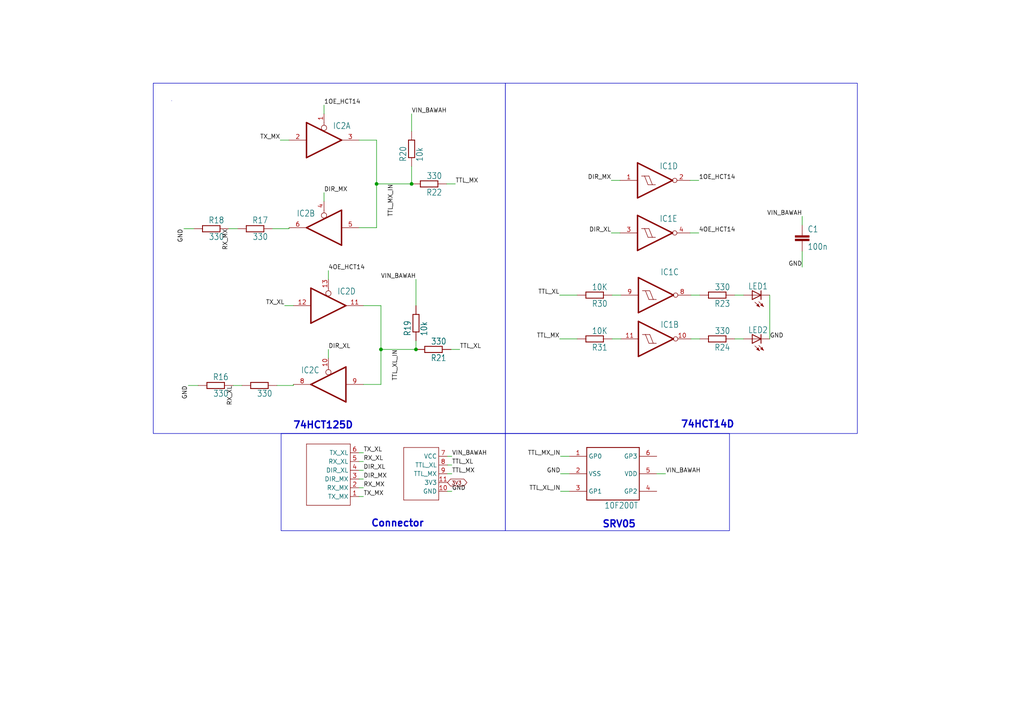
<source format=kicad_sch>
(kicad_sch
	(version 20231120)
	(generator "eeschema")
	(generator_version "8.0")
	(uuid "63654962-1c74-47d5-a0b7-ecf271d50b55")
	(paper "A4")
	(lib_symbols
		(symbol "transceiver 2.0-eagle-import:10F200T"
			(exclude_from_sim no)
			(in_bom yes)
			(on_board yes)
			(property "Reference" ""
				(at 7.62 10.16 0)
				(effects
					(font
						(size 1.778 1.5113)
					)
					(justify right top)
					(hide yes)
				)
			)
			(property "Value" ""
				(at -2.54 -10.16 0)
				(effects
					(font
						(size 1.778 1.5113)
					)
					(justify left bottom)
				)
			)
			(property "Footprint" "transceiver 2.0:SOT23-6"
				(at 0 0 0)
				(effects
					(font
						(size 1.27 1.27)
					)
					(hide yes)
				)
			)
			(property "Datasheet" ""
				(at 0 0 0)
				(effects
					(font
						(size 1.27 1.27)
					)
					(hide yes)
				)
			)
			(property "Description" ""
				(at 0 0 0)
				(effects
					(font
						(size 1.27 1.27)
					)
					(hide yes)
				)
			)
			(property "ki_locked" ""
				(at 0 0 0)
				(effects
					(font
						(size 1.27 1.27)
					)
				)
			)
			(symbol "10F200T_1_0"
				(polyline
					(pts
						(xy -7.62 -7.62) (xy -7.62 7.62)
					)
					(stroke
						(width 0.254)
						(type solid)
					)
					(fill
						(type none)
					)
				)
				(polyline
					(pts
						(xy -7.62 7.62) (xy 7.62 7.62)
					)
					(stroke
						(width 0.254)
						(type solid)
					)
					(fill
						(type none)
					)
				)
				(polyline
					(pts
						(xy 7.62 -7.62) (xy -7.62 -7.62)
					)
					(stroke
						(width 0.254)
						(type solid)
					)
					(fill
						(type none)
					)
				)
				(polyline
					(pts
						(xy 7.62 7.62) (xy 7.62 -7.62)
					)
					(stroke
						(width 0.254)
						(type solid)
					)
					(fill
						(type none)
					)
				)
				(pin bidirectional line
					(at -12.7 5.08 0)
					(length 5.08)
					(name "GP0"
						(effects
							(font
								(size 1.27 1.27)
							)
						)
					)
					(number "1"
						(effects
							(font
								(size 1.27 1.27)
							)
						)
					)
				)
				(pin power_in line
					(at -12.7 0 0)
					(length 5.08)
					(name "VSS"
						(effects
							(font
								(size 1.27 1.27)
							)
						)
					)
					(number "2"
						(effects
							(font
								(size 1.27 1.27)
							)
						)
					)
				)
				(pin bidirectional line
					(at -12.7 -5.08 0)
					(length 5.08)
					(name "GP1"
						(effects
							(font
								(size 1.27 1.27)
							)
						)
					)
					(number "3"
						(effects
							(font
								(size 1.27 1.27)
							)
						)
					)
				)
				(pin bidirectional line
					(at 12.7 -5.08 180)
					(length 5.08)
					(name "GP2"
						(effects
							(font
								(size 1.27 1.27)
							)
						)
					)
					(number "4"
						(effects
							(font
								(size 1.27 1.27)
							)
						)
					)
				)
				(pin power_in line
					(at 12.7 0 180)
					(length 5.08)
					(name "VDD"
						(effects
							(font
								(size 1.27 1.27)
							)
						)
					)
					(number "5"
						(effects
							(font
								(size 1.27 1.27)
							)
						)
					)
				)
				(pin bidirectional line
					(at 12.7 5.08 180)
					(length 5.08)
					(name "GP3"
						(effects
							(font
								(size 1.27 1.27)
							)
						)
					)
					(number "6"
						(effects
							(font
								(size 1.27 1.27)
							)
						)
					)
				)
			)
		)
		(symbol "transceiver 2.0-eagle-import:74125D"
			(exclude_from_sim no)
			(in_bom yes)
			(on_board yes)
			(property "Reference" "IC"
				(at -0.635 -0.635 0)
				(effects
					(font
						(size 1.778 1.5113)
					)
					(justify left bottom)
				)
			)
			(property "Value" ""
				(at 2.54 -5.08 0)
				(effects
					(font
						(size 1.778 1.5113)
					)
					(justify left bottom)
					(hide yes)
				)
			)
			(property "Footprint" "transceiver 2.0:SO14"
				(at 0 0 0)
				(effects
					(font
						(size 1.27 1.27)
					)
					(hide yes)
				)
			)
			(property "Datasheet" ""
				(at 0 0 0)
				(effects
					(font
						(size 1.27 1.27)
					)
					(hide yes)
				)
			)
			(property "Description" ""
				(at 0 0 0)
				(effects
					(font
						(size 1.27 1.27)
					)
					(hide yes)
				)
			)
			(property "ki_locked" ""
				(at 0 0 0)
				(effects
					(font
						(size 1.27 1.27)
					)
				)
			)
			(symbol "74125D_1_0"
				(polyline
					(pts
						(xy -5.08 -5.08) (xy -5.08 5.08)
					)
					(stroke
						(width 0.4064)
						(type solid)
					)
					(fill
						(type none)
					)
				)
				(polyline
					(pts
						(xy 0 4.318) (xy 0 5.08)
					)
					(stroke
						(width 0.1524)
						(type solid)
					)
					(fill
						(type none)
					)
				)
				(polyline
					(pts
						(xy 5.08 0) (xy -5.08 -5.08)
					)
					(stroke
						(width 0.4064)
						(type solid)
					)
					(fill
						(type none)
					)
				)
				(polyline
					(pts
						(xy 5.08 0) (xy -5.08 5.08)
					)
					(stroke
						(width 0.4064)
						(type solid)
					)
					(fill
						(type none)
					)
				)
				(circle
					(center 0 3.556)
					(radius 0.762)
					(stroke
						(width 0.1524)
						(type solid)
					)
					(fill
						(type none)
					)
				)
				(pin input line
					(at 0 7.62 270)
					(length 2.54)
					(name "OE"
						(effects
							(font
								(size 0 0)
							)
						)
					)
					(number "1"
						(effects
							(font
								(size 1.27 1.27)
							)
						)
					)
				)
				(pin input line
					(at -10.16 0 0)
					(length 5.08)
					(name "I"
						(effects
							(font
								(size 0 0)
							)
						)
					)
					(number "2"
						(effects
							(font
								(size 1.27 1.27)
							)
						)
					)
				)
				(pin tri_state line
					(at 10.16 0 180)
					(length 5.08)
					(name "O"
						(effects
							(font
								(size 0 0)
							)
						)
					)
					(number "3"
						(effects
							(font
								(size 1.27 1.27)
							)
						)
					)
				)
			)
			(symbol "74125D_2_0"
				(polyline
					(pts
						(xy -5.08 -5.08) (xy -5.08 5.08)
					)
					(stroke
						(width 0.4064)
						(type solid)
					)
					(fill
						(type none)
					)
				)
				(polyline
					(pts
						(xy 0 4.318) (xy 0 5.08)
					)
					(stroke
						(width 0.1524)
						(type solid)
					)
					(fill
						(type none)
					)
				)
				(polyline
					(pts
						(xy 5.08 0) (xy -5.08 -5.08)
					)
					(stroke
						(width 0.4064)
						(type solid)
					)
					(fill
						(type none)
					)
				)
				(polyline
					(pts
						(xy 5.08 0) (xy -5.08 5.08)
					)
					(stroke
						(width 0.4064)
						(type solid)
					)
					(fill
						(type none)
					)
				)
				(circle
					(center 0 3.556)
					(radius 0.762)
					(stroke
						(width 0.1524)
						(type solid)
					)
					(fill
						(type none)
					)
				)
				(pin input line
					(at 0 7.62 270)
					(length 2.54)
					(name "OE"
						(effects
							(font
								(size 0 0)
							)
						)
					)
					(number "4"
						(effects
							(font
								(size 1.27 1.27)
							)
						)
					)
				)
				(pin input line
					(at -10.16 0 0)
					(length 5.08)
					(name "I"
						(effects
							(font
								(size 0 0)
							)
						)
					)
					(number "5"
						(effects
							(font
								(size 1.27 1.27)
							)
						)
					)
				)
				(pin tri_state line
					(at 10.16 0 180)
					(length 5.08)
					(name "O"
						(effects
							(font
								(size 0 0)
							)
						)
					)
					(number "6"
						(effects
							(font
								(size 1.27 1.27)
							)
						)
					)
				)
			)
			(symbol "74125D_3_0"
				(polyline
					(pts
						(xy -5.08 -5.08) (xy -5.08 5.08)
					)
					(stroke
						(width 0.4064)
						(type solid)
					)
					(fill
						(type none)
					)
				)
				(polyline
					(pts
						(xy 0 4.318) (xy 0 5.08)
					)
					(stroke
						(width 0.1524)
						(type solid)
					)
					(fill
						(type none)
					)
				)
				(polyline
					(pts
						(xy 5.08 0) (xy -5.08 -5.08)
					)
					(stroke
						(width 0.4064)
						(type solid)
					)
					(fill
						(type none)
					)
				)
				(polyline
					(pts
						(xy 5.08 0) (xy -5.08 5.08)
					)
					(stroke
						(width 0.4064)
						(type solid)
					)
					(fill
						(type none)
					)
				)
				(circle
					(center 0 3.556)
					(radius 0.762)
					(stroke
						(width 0.1524)
						(type solid)
					)
					(fill
						(type none)
					)
				)
				(pin input line
					(at 0 7.62 270)
					(length 2.54)
					(name "OE"
						(effects
							(font
								(size 0 0)
							)
						)
					)
					(number "10"
						(effects
							(font
								(size 1.27 1.27)
							)
						)
					)
				)
				(pin tri_state line
					(at 10.16 0 180)
					(length 5.08)
					(name "O"
						(effects
							(font
								(size 0 0)
							)
						)
					)
					(number "8"
						(effects
							(font
								(size 1.27 1.27)
							)
						)
					)
				)
				(pin input line
					(at -10.16 0 0)
					(length 5.08)
					(name "I"
						(effects
							(font
								(size 0 0)
							)
						)
					)
					(number "9"
						(effects
							(font
								(size 1.27 1.27)
							)
						)
					)
				)
			)
			(symbol "74125D_4_0"
				(polyline
					(pts
						(xy -5.08 -5.08) (xy -5.08 5.08)
					)
					(stroke
						(width 0.4064)
						(type solid)
					)
					(fill
						(type none)
					)
				)
				(polyline
					(pts
						(xy 0 4.318) (xy 0 5.08)
					)
					(stroke
						(width 0.1524)
						(type solid)
					)
					(fill
						(type none)
					)
				)
				(polyline
					(pts
						(xy 5.08 0) (xy -5.08 -5.08)
					)
					(stroke
						(width 0.4064)
						(type solid)
					)
					(fill
						(type none)
					)
				)
				(polyline
					(pts
						(xy 5.08 0) (xy -5.08 5.08)
					)
					(stroke
						(width 0.4064)
						(type solid)
					)
					(fill
						(type none)
					)
				)
				(circle
					(center 0 3.556)
					(radius 0.762)
					(stroke
						(width 0.1524)
						(type solid)
					)
					(fill
						(type none)
					)
				)
				(pin tri_state line
					(at 10.16 0 180)
					(length 5.08)
					(name "O"
						(effects
							(font
								(size 0 0)
							)
						)
					)
					(number "11"
						(effects
							(font
								(size 1.27 1.27)
							)
						)
					)
				)
				(pin input line
					(at -10.16 0 0)
					(length 5.08)
					(name "I"
						(effects
							(font
								(size 0 0)
							)
						)
					)
					(number "12"
						(effects
							(font
								(size 1.27 1.27)
							)
						)
					)
				)
				(pin input line
					(at 0 7.62 270)
					(length 2.54)
					(name "OE"
						(effects
							(font
								(size 0 0)
							)
						)
					)
					(number "13"
						(effects
							(font
								(size 1.27 1.27)
							)
						)
					)
				)
			)
			(symbol "74125D_5_0"
				(text "GND"
					(at 1.905 -5.842 900)
					(effects
						(font
							(size 1.27 1.0795)
						)
						(justify left bottom)
					)
				)
				(text "VIN_BAWAH"
					(at 2.54 2.54 900)
					(effects
						(font
							(size 1.4224 1.209)
						)
						(justify left bottom)
					)
				)
				(pin power_in line
					(at 0 7.62 270)
					(length 5.08)
					(name "VIN_BAWAH"
						(effects
							(font
								(size 0 0)
							)
						)
					)
					(number "14"
						(effects
							(font
								(size 1.27 1.27)
							)
						)
					)
				)
				(pin power_in line
					(at 0 -7.62 90)
					(length 5.08)
					(name "GND"
						(effects
							(font
								(size 0 0)
							)
						)
					)
					(number "7"
						(effects
							(font
								(size 1.27 1.27)
							)
						)
					)
				)
			)
		)
		(symbol "transceiver 2.0-eagle-import:7414D"
			(exclude_from_sim no)
			(in_bom yes)
			(on_board yes)
			(property "Reference" "IC"
				(at -0.635 -0.635 0)
				(effects
					(font
						(size 1.778 1.5113)
					)
					(justify left bottom)
				)
			)
			(property "Value" ""
				(at 1.27 -5.08 0)
				(effects
					(font
						(size 1.778 1.5113)
					)
					(justify left bottom)
					(hide yes)
				)
			)
			(property "Footprint" "transceiver 2.0:SO14"
				(at 0 0 0)
				(effects
					(font
						(size 1.27 1.27)
					)
					(hide yes)
				)
			)
			(property "Datasheet" ""
				(at 0 0 0)
				(effects
					(font
						(size 1.27 1.27)
					)
					(hide yes)
				)
			)
			(property "Description" ""
				(at 0 0 0)
				(effects
					(font
						(size 1.27 1.27)
					)
					(hide yes)
				)
			)
			(property "ki_locked" ""
				(at 0 0 0)
				(effects
					(font
						(size 1.27 1.27)
					)
				)
			)
			(symbol "7414D_1_0"
				(polyline
					(pts
						(xy -5.08 -5.08) (xy -5.08 5.08)
					)
					(stroke
						(width 0.4064)
						(type solid)
					)
					(fill
						(type none)
					)
				)
				(polyline
					(pts
						(xy -5.08 5.08) (xy 5.08 0)
					)
					(stroke
						(width 0.4064)
						(type solid)
					)
					(fill
						(type none)
					)
				)
				(polyline
					(pts
						(xy -3.937 1.27) (xy -3.048 1.27)
					)
					(stroke
						(width 0.1524)
						(type solid)
					)
					(fill
						(type none)
					)
				)
				(polyline
					(pts
						(xy -3.048 1.27) (xy -1.778 1.27)
					)
					(stroke
						(width 0.1524)
						(type solid)
					)
					(fill
						(type none)
					)
				)
				(polyline
					(pts
						(xy -2.032 -1.27) (xy -3.048 1.27)
					)
					(stroke
						(width 0.1524)
						(type solid)
					)
					(fill
						(type none)
					)
				)
				(polyline
					(pts
						(xy -2.032 -1.27) (xy -0.762 -1.27)
					)
					(stroke
						(width 0.1524)
						(type solid)
					)
					(fill
						(type none)
					)
				)
				(polyline
					(pts
						(xy -0.762 -1.27) (xy -1.778 1.27)
					)
					(stroke
						(width 0.1524)
						(type solid)
					)
					(fill
						(type none)
					)
				)
				(polyline
					(pts
						(xy -0.762 -1.27) (xy 0.127 -1.27)
					)
					(stroke
						(width 0.1524)
						(type solid)
					)
					(fill
						(type none)
					)
				)
				(polyline
					(pts
						(xy 5.08 0) (xy -5.08 -5.08)
					)
					(stroke
						(width 0.4064)
						(type solid)
					)
					(fill
						(type none)
					)
				)
				(pin output inverted
					(at 10.16 0 180)
					(length 5.08)
					(name "O"
						(effects
							(font
								(size 0 0)
							)
						)
					)
					(number "12"
						(effects
							(font
								(size 1.27 1.27)
							)
						)
					)
				)
				(pin input line
					(at -10.16 0 0)
					(length 5.08)
					(name "I"
						(effects
							(font
								(size 0 0)
							)
						)
					)
					(number "13"
						(effects
							(font
								(size 1.27 1.27)
							)
						)
					)
				)
			)
			(symbol "7414D_2_0"
				(polyline
					(pts
						(xy -5.08 -5.08) (xy -5.08 5.08)
					)
					(stroke
						(width 0.4064)
						(type solid)
					)
					(fill
						(type none)
					)
				)
				(polyline
					(pts
						(xy -5.08 5.08) (xy 5.08 0)
					)
					(stroke
						(width 0.4064)
						(type solid)
					)
					(fill
						(type none)
					)
				)
				(polyline
					(pts
						(xy -3.937 1.27) (xy -3.048 1.27)
					)
					(stroke
						(width 0.1524)
						(type solid)
					)
					(fill
						(type none)
					)
				)
				(polyline
					(pts
						(xy -3.048 1.27) (xy -1.778 1.27)
					)
					(stroke
						(width 0.1524)
						(type solid)
					)
					(fill
						(type none)
					)
				)
				(polyline
					(pts
						(xy -2.032 -1.27) (xy -3.048 1.27)
					)
					(stroke
						(width 0.1524)
						(type solid)
					)
					(fill
						(type none)
					)
				)
				(polyline
					(pts
						(xy -2.032 -1.27) (xy -0.762 -1.27)
					)
					(stroke
						(width 0.1524)
						(type solid)
					)
					(fill
						(type none)
					)
				)
				(polyline
					(pts
						(xy -0.762 -1.27) (xy -1.778 1.27)
					)
					(stroke
						(width 0.1524)
						(type solid)
					)
					(fill
						(type none)
					)
				)
				(polyline
					(pts
						(xy -0.762 -1.27) (xy 0.127 -1.27)
					)
					(stroke
						(width 0.1524)
						(type solid)
					)
					(fill
						(type none)
					)
				)
				(polyline
					(pts
						(xy 5.08 0) (xy -5.08 -5.08)
					)
					(stroke
						(width 0.4064)
						(type solid)
					)
					(fill
						(type none)
					)
				)
				(pin output inverted
					(at 10.16 0 180)
					(length 5.08)
					(name "O"
						(effects
							(font
								(size 0 0)
							)
						)
					)
					(number "10"
						(effects
							(font
								(size 1.27 1.27)
							)
						)
					)
				)
				(pin input line
					(at -10.16 0 0)
					(length 5.08)
					(name "I"
						(effects
							(font
								(size 0 0)
							)
						)
					)
					(number "11"
						(effects
							(font
								(size 1.27 1.27)
							)
						)
					)
				)
			)
			(symbol "7414D_3_0"
				(polyline
					(pts
						(xy -5.08 -5.08) (xy -5.08 5.08)
					)
					(stroke
						(width 0.4064)
						(type solid)
					)
					(fill
						(type none)
					)
				)
				(polyline
					(pts
						(xy -5.08 5.08) (xy 5.08 0)
					)
					(stroke
						(width 0.4064)
						(type solid)
					)
					(fill
						(type none)
					)
				)
				(polyline
					(pts
						(xy -3.937 1.27) (xy -3.048 1.27)
					)
					(stroke
						(width 0.1524)
						(type solid)
					)
					(fill
						(type none)
					)
				)
				(polyline
					(pts
						(xy -3.048 1.27) (xy -1.778 1.27)
					)
					(stroke
						(width 0.1524)
						(type solid)
					)
					(fill
						(type none)
					)
				)
				(polyline
					(pts
						(xy -2.032 -1.27) (xy -3.048 1.27)
					)
					(stroke
						(width 0.1524)
						(type solid)
					)
					(fill
						(type none)
					)
				)
				(polyline
					(pts
						(xy -2.032 -1.27) (xy -0.762 -1.27)
					)
					(stroke
						(width 0.1524)
						(type solid)
					)
					(fill
						(type none)
					)
				)
				(polyline
					(pts
						(xy -0.762 -1.27) (xy -1.778 1.27)
					)
					(stroke
						(width 0.1524)
						(type solid)
					)
					(fill
						(type none)
					)
				)
				(polyline
					(pts
						(xy -0.762 -1.27) (xy 0.127 -1.27)
					)
					(stroke
						(width 0.1524)
						(type solid)
					)
					(fill
						(type none)
					)
				)
				(polyline
					(pts
						(xy 5.08 0) (xy -5.08 -5.08)
					)
					(stroke
						(width 0.4064)
						(type solid)
					)
					(fill
						(type none)
					)
				)
				(pin output inverted
					(at 10.16 0 180)
					(length 5.08)
					(name "O"
						(effects
							(font
								(size 0 0)
							)
						)
					)
					(number "8"
						(effects
							(font
								(size 1.27 1.27)
							)
						)
					)
				)
				(pin input line
					(at -10.16 0 0)
					(length 5.08)
					(name "I"
						(effects
							(font
								(size 0 0)
							)
						)
					)
					(number "9"
						(effects
							(font
								(size 1.27 1.27)
							)
						)
					)
				)
			)
			(symbol "7414D_4_0"
				(polyline
					(pts
						(xy -5.08 -5.08) (xy -5.08 5.08)
					)
					(stroke
						(width 0.4064)
						(type solid)
					)
					(fill
						(type none)
					)
				)
				(polyline
					(pts
						(xy -5.08 5.08) (xy 5.08 0)
					)
					(stroke
						(width 0.4064)
						(type solid)
					)
					(fill
						(type none)
					)
				)
				(polyline
					(pts
						(xy -3.937 1.27) (xy -3.048 1.27)
					)
					(stroke
						(width 0.1524)
						(type solid)
					)
					(fill
						(type none)
					)
				)
				(polyline
					(pts
						(xy -3.048 1.27) (xy -1.778 1.27)
					)
					(stroke
						(width 0.1524)
						(type solid)
					)
					(fill
						(type none)
					)
				)
				(polyline
					(pts
						(xy -2.032 -1.27) (xy -3.048 1.27)
					)
					(stroke
						(width 0.1524)
						(type solid)
					)
					(fill
						(type none)
					)
				)
				(polyline
					(pts
						(xy -2.032 -1.27) (xy -0.762 -1.27)
					)
					(stroke
						(width 0.1524)
						(type solid)
					)
					(fill
						(type none)
					)
				)
				(polyline
					(pts
						(xy -0.762 -1.27) (xy -1.778 1.27)
					)
					(stroke
						(width 0.1524)
						(type solid)
					)
					(fill
						(type none)
					)
				)
				(polyline
					(pts
						(xy -0.762 -1.27) (xy 0.127 -1.27)
					)
					(stroke
						(width 0.1524)
						(type solid)
					)
					(fill
						(type none)
					)
				)
				(polyline
					(pts
						(xy 5.08 0) (xy -5.08 -5.08)
					)
					(stroke
						(width 0.4064)
						(type solid)
					)
					(fill
						(type none)
					)
				)
				(pin input line
					(at -10.16 0 0)
					(length 5.08)
					(name "I"
						(effects
							(font
								(size 0 0)
							)
						)
					)
					(number "1"
						(effects
							(font
								(size 1.27 1.27)
							)
						)
					)
				)
				(pin output inverted
					(at 10.16 0 180)
					(length 5.08)
					(name "O"
						(effects
							(font
								(size 0 0)
							)
						)
					)
					(number "2"
						(effects
							(font
								(size 1.27 1.27)
							)
						)
					)
				)
			)
			(symbol "7414D_5_0"
				(polyline
					(pts
						(xy -5.08 -5.08) (xy -5.08 5.08)
					)
					(stroke
						(width 0.4064)
						(type solid)
					)
					(fill
						(type none)
					)
				)
				(polyline
					(pts
						(xy -5.08 5.08) (xy 5.08 0)
					)
					(stroke
						(width 0.4064)
						(type solid)
					)
					(fill
						(type none)
					)
				)
				(polyline
					(pts
						(xy -3.937 1.27) (xy -3.048 1.27)
					)
					(stroke
						(width 0.1524)
						(type solid)
					)
					(fill
						(type none)
					)
				)
				(polyline
					(pts
						(xy -3.048 1.27) (xy -1.778 1.27)
					)
					(stroke
						(width 0.1524)
						(type solid)
					)
					(fill
						(type none)
					)
				)
				(polyline
					(pts
						(xy -2.032 -1.27) (xy -3.048 1.27)
					)
					(stroke
						(width 0.1524)
						(type solid)
					)
					(fill
						(type none)
					)
				)
				(polyline
					(pts
						(xy -2.032 -1.27) (xy -0.762 -1.27)
					)
					(stroke
						(width 0.1524)
						(type solid)
					)
					(fill
						(type none)
					)
				)
				(polyline
					(pts
						(xy -0.762 -1.27) (xy -1.778 1.27)
					)
					(stroke
						(width 0.1524)
						(type solid)
					)
					(fill
						(type none)
					)
				)
				(polyline
					(pts
						(xy -0.762 -1.27) (xy 0.127 -1.27)
					)
					(stroke
						(width 0.1524)
						(type solid)
					)
					(fill
						(type none)
					)
				)
				(polyline
					(pts
						(xy 5.08 0) (xy -5.08 -5.08)
					)
					(stroke
						(width 0.4064)
						(type solid)
					)
					(fill
						(type none)
					)
				)
				(pin input line
					(at -10.16 0 0)
					(length 5.08)
					(name "I"
						(effects
							(font
								(size 0 0)
							)
						)
					)
					(number "3"
						(effects
							(font
								(size 1.27 1.27)
							)
						)
					)
				)
				(pin output inverted
					(at 10.16 0 180)
					(length 5.08)
					(name "O"
						(effects
							(font
								(size 0 0)
							)
						)
					)
					(number "4"
						(effects
							(font
								(size 1.27 1.27)
							)
						)
					)
				)
			)
			(symbol "7414D_6_0"
				(polyline
					(pts
						(xy -5.08 -5.08) (xy -5.08 5.08)
					)
					(stroke
						(width 0.4064)
						(type solid)
					)
					(fill
						(type none)
					)
				)
				(polyline
					(pts
						(xy -5.08 5.08) (xy 5.08 0)
					)
					(stroke
						(width 0.4064)
						(type solid)
					)
					(fill
						(type none)
					)
				)
				(polyline
					(pts
						(xy -3.937 1.27) (xy -3.048 1.27)
					)
					(stroke
						(width 0.1524)
						(type solid)
					)
					(fill
						(type none)
					)
				)
				(polyline
					(pts
						(xy -3.048 1.27) (xy -1.778 1.27)
					)
					(stroke
						(width 0.1524)
						(type solid)
					)
					(fill
						(type none)
					)
				)
				(polyline
					(pts
						(xy -2.032 -1.27) (xy -3.048 1.27)
					)
					(stroke
						(width 0.1524)
						(type solid)
					)
					(fill
						(type none)
					)
				)
				(polyline
					(pts
						(xy -2.032 -1.27) (xy -0.762 -1.27)
					)
					(stroke
						(width 0.1524)
						(type solid)
					)
					(fill
						(type none)
					)
				)
				(polyline
					(pts
						(xy -0.762 -1.27) (xy -1.778 1.27)
					)
					(stroke
						(width 0.1524)
						(type solid)
					)
					(fill
						(type none)
					)
				)
				(polyline
					(pts
						(xy -0.762 -1.27) (xy 0.127 -1.27)
					)
					(stroke
						(width 0.1524)
						(type solid)
					)
					(fill
						(type none)
					)
				)
				(polyline
					(pts
						(xy 5.08 0) (xy -5.08 -5.08)
					)
					(stroke
						(width 0.4064)
						(type solid)
					)
					(fill
						(type none)
					)
				)
				(pin input line
					(at -10.16 0 0)
					(length 5.08)
					(name "I"
						(effects
							(font
								(size 0 0)
							)
						)
					)
					(number "5"
						(effects
							(font
								(size 1.27 1.27)
							)
						)
					)
				)
				(pin output inverted
					(at 10.16 0 180)
					(length 5.08)
					(name "O"
						(effects
							(font
								(size 0 0)
							)
						)
					)
					(number "6"
						(effects
							(font
								(size 1.27 1.27)
							)
						)
					)
				)
			)
			(symbol "7414D_7_0"
				(text "GND"
					(at 1.905 -5.842 900)
					(effects
						(font
							(size 1.27 1.0795)
						)
						(justify left bottom)
					)
				)
				(text "VIN_BAWAH"
					(at 2.54 2.54 900)
					(effects
						(font
							(size 1.4224 1.209)
						)
						(justify left bottom)
					)
				)
				(pin power_in line
					(at 0 7.62 270)
					(length 5.08)
					(name "VIN_BAWAH"
						(effects
							(font
								(size 0 0)
							)
						)
					)
					(number "14"
						(effects
							(font
								(size 1.27 1.27)
							)
						)
					)
				)
				(pin power_in line
					(at 0 -7.62 90)
					(length 5.08)
					(name "GND"
						(effects
							(font
								(size 0 0)
							)
						)
					)
					(number "7"
						(effects
							(font
								(size 1.27 1.27)
							)
						)
					)
				)
			)
		)
		(symbol "transceiver 2.0-eagle-import:C-EUC0805"
			(exclude_from_sim no)
			(in_bom yes)
			(on_board yes)
			(property "Reference" "C"
				(at 1.524 0.381 0)
				(effects
					(font
						(size 1.778 1.5113)
					)
					(justify left bottom)
				)
			)
			(property "Value" ""
				(at 1.524 -4.699 0)
				(effects
					(font
						(size 1.778 1.5113)
					)
					(justify left bottom)
				)
			)
			(property "Footprint" "transceiver 2.0:C0805"
				(at 0 0 0)
				(effects
					(font
						(size 1.27 1.27)
					)
					(hide yes)
				)
			)
			(property "Datasheet" ""
				(at 0 0 0)
				(effects
					(font
						(size 1.27 1.27)
					)
					(hide yes)
				)
			)
			(property "Description" ""
				(at 0 0 0)
				(effects
					(font
						(size 1.27 1.27)
					)
					(hide yes)
				)
			)
			(property "ki_locked" ""
				(at 0 0 0)
				(effects
					(font
						(size 1.27 1.27)
					)
				)
			)
			(symbol "C-EUC0805_1_0"
				(rectangle
					(start -2.032 -2.032)
					(end 2.032 -1.524)
					(stroke
						(width 0)
						(type default)
					)
					(fill
						(type outline)
					)
				)
				(rectangle
					(start -2.032 -1.016)
					(end 2.032 -0.508)
					(stroke
						(width 0)
						(type default)
					)
					(fill
						(type outline)
					)
				)
				(polyline
					(pts
						(xy 0 -2.54) (xy 0 -2.032)
					)
					(stroke
						(width 0.1524)
						(type solid)
					)
					(fill
						(type none)
					)
				)
				(polyline
					(pts
						(xy 0 0) (xy 0 -0.508)
					)
					(stroke
						(width 0.1524)
						(type solid)
					)
					(fill
						(type none)
					)
				)
				(pin passive line
					(at 0 2.54 270)
					(length 2.54)
					(name "1"
						(effects
							(font
								(size 0 0)
							)
						)
					)
					(number "1"
						(effects
							(font
								(size 0 0)
							)
						)
					)
				)
				(pin passive line
					(at 0 -5.08 90)
					(length 2.54)
					(name "2"
						(effects
							(font
								(size 0 0)
							)
						)
					)
					(number "2"
						(effects
							(font
								(size 0 0)
							)
						)
					)
				)
			)
		)
		(symbol "transceiver 2.0-eagle-import:LEDCHIPLED_1206"
			(exclude_from_sim no)
			(in_bom yes)
			(on_board yes)
			(property "Reference" "LED"
				(at 3.556 -4.572 90)
				(effects
					(font
						(size 1.778 1.5113)
					)
					(justify left bottom)
				)
			)
			(property "Value" ""
				(at 5.715 -4.572 90)
				(effects
					(font
						(size 1.778 1.5113)
					)
					(justify left bottom)
				)
			)
			(property "Footprint" "transceiver 2.0:CHIPLED_1206"
				(at 0 0 0)
				(effects
					(font
						(size 1.27 1.27)
					)
					(hide yes)
				)
			)
			(property "Datasheet" ""
				(at 0 0 0)
				(effects
					(font
						(size 1.27 1.27)
					)
					(hide yes)
				)
			)
			(property "Description" ""
				(at 0 0 0)
				(effects
					(font
						(size 1.27 1.27)
					)
					(hide yes)
				)
			)
			(property "ki_locked" ""
				(at 0 0 0)
				(effects
					(font
						(size 1.27 1.27)
					)
				)
			)
			(symbol "LEDCHIPLED_1206_1_0"
				(polyline
					(pts
						(xy -2.032 -0.762) (xy -3.429 -2.159)
					)
					(stroke
						(width 0.1524)
						(type solid)
					)
					(fill
						(type none)
					)
				)
				(polyline
					(pts
						(xy -1.905 -1.905) (xy -3.302 -3.302)
					)
					(stroke
						(width 0.1524)
						(type solid)
					)
					(fill
						(type none)
					)
				)
				(polyline
					(pts
						(xy 0 -2.54) (xy -1.27 -2.54)
					)
					(stroke
						(width 0.254)
						(type solid)
					)
					(fill
						(type none)
					)
				)
				(polyline
					(pts
						(xy 0 -2.54) (xy -1.27 0)
					)
					(stroke
						(width 0.254)
						(type solid)
					)
					(fill
						(type none)
					)
				)
				(polyline
					(pts
						(xy 0 0) (xy -1.27 0)
					)
					(stroke
						(width 0.254)
						(type solid)
					)
					(fill
						(type none)
					)
				)
				(polyline
					(pts
						(xy 0 0) (xy 0 -2.54)
					)
					(stroke
						(width 0.1524)
						(type solid)
					)
					(fill
						(type none)
					)
				)
				(polyline
					(pts
						(xy 1.27 -2.54) (xy 0 -2.54)
					)
					(stroke
						(width 0.254)
						(type solid)
					)
					(fill
						(type none)
					)
				)
				(polyline
					(pts
						(xy 1.27 0) (xy 0 -2.54)
					)
					(stroke
						(width 0.254)
						(type solid)
					)
					(fill
						(type none)
					)
				)
				(polyline
					(pts
						(xy 1.27 0) (xy 0 0)
					)
					(stroke
						(width 0.254)
						(type solid)
					)
					(fill
						(type none)
					)
				)
				(polyline
					(pts
						(xy -3.429 -2.159) (xy -3.048 -1.27) (xy -2.54 -1.778)
					)
					(stroke
						(width 0.1524)
						(type solid)
					)
					(fill
						(type outline)
					)
				)
				(polyline
					(pts
						(xy -3.302 -3.302) (xy -2.921 -2.413) (xy -2.413 -2.921)
					)
					(stroke
						(width 0.1524)
						(type solid)
					)
					(fill
						(type outline)
					)
				)
				(pin passive line
					(at 0 2.54 270)
					(length 2.54)
					(name "A"
						(effects
							(font
								(size 0 0)
							)
						)
					)
					(number "A"
						(effects
							(font
								(size 0 0)
							)
						)
					)
				)
				(pin passive line
					(at 0 -5.08 90)
					(length 2.54)
					(name "C"
						(effects
							(font
								(size 0 0)
							)
						)
					)
					(number "C"
						(effects
							(font
								(size 0 0)
							)
						)
					)
				)
			)
		)
		(symbol "transceiver 2.0-eagle-import:R-EU_R0805"
			(exclude_from_sim no)
			(in_bom yes)
			(on_board yes)
			(property "Reference" "R"
				(at -3.81 1.4986 0)
				(effects
					(font
						(size 1.778 1.5113)
					)
					(justify left bottom)
				)
			)
			(property "Value" ""
				(at -3.81 -3.302 0)
				(effects
					(font
						(size 1.778 1.5113)
					)
					(justify left bottom)
				)
			)
			(property "Footprint" "transceiver 2.0:R0805"
				(at 0 0 0)
				(effects
					(font
						(size 1.27 1.27)
					)
					(hide yes)
				)
			)
			(property "Datasheet" ""
				(at 0 0 0)
				(effects
					(font
						(size 1.27 1.27)
					)
					(hide yes)
				)
			)
			(property "Description" ""
				(at 0 0 0)
				(effects
					(font
						(size 1.27 1.27)
					)
					(hide yes)
				)
			)
			(property "ki_locked" ""
				(at 0 0 0)
				(effects
					(font
						(size 1.27 1.27)
					)
				)
			)
			(symbol "R-EU_R0805_1_0"
				(polyline
					(pts
						(xy -2.54 -0.889) (xy -2.54 0.889)
					)
					(stroke
						(width 0.254)
						(type solid)
					)
					(fill
						(type none)
					)
				)
				(polyline
					(pts
						(xy -2.54 -0.889) (xy 2.54 -0.889)
					)
					(stroke
						(width 0.254)
						(type solid)
					)
					(fill
						(type none)
					)
				)
				(polyline
					(pts
						(xy 2.54 -0.889) (xy 2.54 0.889)
					)
					(stroke
						(width 0.254)
						(type solid)
					)
					(fill
						(type none)
					)
				)
				(polyline
					(pts
						(xy 2.54 0.889) (xy -2.54 0.889)
					)
					(stroke
						(width 0.254)
						(type solid)
					)
					(fill
						(type none)
					)
				)
				(pin passive line
					(at -5.08 0 0)
					(length 2.54)
					(name "1"
						(effects
							(font
								(size 0 0)
							)
						)
					)
					(number "1"
						(effects
							(font
								(size 0 0)
							)
						)
					)
				)
				(pin passive line
					(at 5.08 0 180)
					(length 2.54)
					(name "2"
						(effects
							(font
								(size 0 0)
							)
						)
					)
					(number "2"
						(effects
							(font
								(size 0 0)
							)
						)
					)
				)
			)
		)
		(symbol "transceiver 2.0-eagle-import:TRANSCEIVER_2.0"
			(exclude_from_sim no)
			(in_bom yes)
			(on_board yes)
			(property "Reference" ""
				(at 0 0 0)
				(effects
					(font
						(size 1.27 1.27)
					)
					(hide yes)
				)
			)
			(property "Value" ""
				(at 0 0 0)
				(effects
					(font
						(size 1.27 1.27)
					)
					(hide yes)
				)
			)
			(property "Footprint" "transceiver 2.0:TRANSCEIVER_2.0"
				(at 0 0 0)
				(effects
					(font
						(size 1.27 1.27)
					)
					(hide yes)
				)
			)
			(property "Datasheet" ""
				(at 0 0 0)
				(effects
					(font
						(size 1.27 1.27)
					)
					(hide yes)
				)
			)
			(property "Description" ""
				(at 0 0 0)
				(effects
					(font
						(size 1.27 1.27)
					)
					(hide yes)
				)
			)
			(property "ki_locked" ""
				(at 0 0 0)
				(effects
					(font
						(size 1.27 1.27)
					)
				)
			)
			(symbol "TRANSCEIVER_2.0_1_0"
				(polyline
					(pts
						(xy -7.62 -10.16) (xy -7.62 7.62)
					)
					(stroke
						(width 0.1524)
						(type solid)
					)
					(fill
						(type none)
					)
				)
				(polyline
					(pts
						(xy -7.62 7.62) (xy 5.08 7.62)
					)
					(stroke
						(width 0.1524)
						(type solid)
					)
					(fill
						(type none)
					)
				)
				(polyline
					(pts
						(xy 5.08 -10.16) (xy -7.62 -10.16)
					)
					(stroke
						(width 0.1524)
						(type solid)
					)
					(fill
						(type none)
					)
				)
				(polyline
					(pts
						(xy 5.08 7.62) (xy 5.08 -10.16)
					)
					(stroke
						(width 0.1524)
						(type solid)
					)
					(fill
						(type none)
					)
				)
				(pin bidirectional line
					(at 7.62 -7.62 180)
					(length 2.54)
					(name "TX_MX"
						(effects
							(font
								(size 1.27 1.27)
							)
						)
					)
					(number "1"
						(effects
							(font
								(size 1.27 1.27)
							)
						)
					)
				)
				(pin bidirectional line
					(at 7.62 -5.08 180)
					(length 2.54)
					(name "RX_MX"
						(effects
							(font
								(size 1.27 1.27)
							)
						)
					)
					(number "2"
						(effects
							(font
								(size 1.27 1.27)
							)
						)
					)
				)
				(pin bidirectional line
					(at 7.62 -2.54 180)
					(length 2.54)
					(name "DIR_MX"
						(effects
							(font
								(size 1.27 1.27)
							)
						)
					)
					(number "3"
						(effects
							(font
								(size 1.27 1.27)
							)
						)
					)
				)
				(pin bidirectional line
					(at 7.62 0 180)
					(length 2.54)
					(name "DIR_XL"
						(effects
							(font
								(size 1.27 1.27)
							)
						)
					)
					(number "4"
						(effects
							(font
								(size 1.27 1.27)
							)
						)
					)
				)
				(pin bidirectional line
					(at 7.62 2.54 180)
					(length 2.54)
					(name "RX_XL"
						(effects
							(font
								(size 1.27 1.27)
							)
						)
					)
					(number "5"
						(effects
							(font
								(size 1.27 1.27)
							)
						)
					)
				)
				(pin bidirectional line
					(at 7.62 5.08 180)
					(length 2.54)
					(name "TX_XL"
						(effects
							(font
								(size 1.27 1.27)
							)
						)
					)
					(number "6"
						(effects
							(font
								(size 1.27 1.27)
							)
						)
					)
				)
			)
			(symbol "TRANSCEIVER_2.0_2_0"
				(polyline
					(pts
						(xy -2.54 -5.08) (xy 7.62 -5.08)
					)
					(stroke
						(width 0.1524)
						(type solid)
					)
					(fill
						(type none)
					)
				)
				(polyline
					(pts
						(xy -2.54 10.16) (xy -2.54 -5.08)
					)
					(stroke
						(width 0.1524)
						(type solid)
					)
					(fill
						(type none)
					)
				)
				(polyline
					(pts
						(xy 7.62 -5.08) (xy 7.62 10.16)
					)
					(stroke
						(width 0.1524)
						(type solid)
					)
					(fill
						(type none)
					)
				)
				(polyline
					(pts
						(xy 7.62 10.16) (xy -2.54 10.16)
					)
					(stroke
						(width 0.1524)
						(type solid)
					)
					(fill
						(type none)
					)
				)
				(pin power_in line
					(at 10.16 -2.54 180)
					(length 2.54)
					(name "GND"
						(effects
							(font
								(size 1.27 1.27)
							)
						)
					)
					(number "10"
						(effects
							(font
								(size 1.27 1.27)
							)
						)
					)
				)
				(pin power_in line
					(at 10.16 0 180)
					(length 2.54)
					(name "3V3"
						(effects
							(font
								(size 1.27 1.27)
							)
						)
					)
					(number "11"
						(effects
							(font
								(size 1.27 1.27)
							)
						)
					)
				)
				(pin power_in line
					(at 10.16 7.62 180)
					(length 2.54)
					(name "VCC"
						(effects
							(font
								(size 1.27 1.27)
							)
						)
					)
					(number "7"
						(effects
							(font
								(size 1.27 1.27)
							)
						)
					)
				)
				(pin bidirectional line
					(at 10.16 5.08 180)
					(length 2.54)
					(name "TTL_XL"
						(effects
							(font
								(size 1.27 1.27)
							)
						)
					)
					(number "8"
						(effects
							(font
								(size 1.27 1.27)
							)
						)
					)
				)
				(pin bidirectional line
					(at 10.16 2.54 180)
					(length 2.54)
					(name "TTL_MX"
						(effects
							(font
								(size 1.27 1.27)
							)
						)
					)
					(number "9"
						(effects
							(font
								(size 1.27 1.27)
							)
						)
					)
				)
			)
		)
	)
	(junction
		(at 120.65 101.346)
		(diameter 0)
		(color 0 0 0 0)
		(uuid "3e6ba286-339f-4da0-9d44-aefe031e3c8b")
	)
	(junction
		(at 109.22 53.34)
		(diameter 0)
		(color 0 0 0 0)
		(uuid "74b651b8-ea79-4a8d-b853-6e3711a9a285")
	)
	(junction
		(at 119.38 53.34)
		(diameter 0)
		(color 0 0 0 0)
		(uuid "a97e8bf1-39d2-48c8-8416-142a53e5075d")
	)
	(junction
		(at 110.49 101.346)
		(diameter 0)
		(color 0 0 0 0)
		(uuid "bf842cfd-8128-496b-9818-abbbe8e1ea62")
	)
	(wire
		(pts
			(xy 104.14 141.478) (xy 105.41 141.478)
		)
		(stroke
			(width 0.1524)
			(type solid)
		)
		(uuid "0747a77f-f273-41ca-bd7c-35dd3ed98d91")
	)
	(wire
		(pts
			(xy 109.22 53.34) (xy 109.22 40.64)
		)
		(stroke
			(width 0.1524)
			(type solid)
		)
		(uuid "0b6ee89b-8c4e-44e9-b158-7b8050b07401")
	)
	(wire
		(pts
			(xy 93.98 58.42) (xy 93.98 55.88)
		)
		(stroke
			(width 0.1524)
			(type solid)
		)
		(uuid "0d96cd74-74a5-4f23-9d8d-3031663bad37")
	)
	(wire
		(pts
			(xy 109.22 66.04) (xy 109.22 53.34)
		)
		(stroke
			(width 0.1524)
			(type solid)
		)
		(uuid "16e493e3-b41f-4505-8108-6a14157fd2da")
	)
	(wire
		(pts
			(xy 167.386 85.598) (xy 162.306 85.598)
		)
		(stroke
			(width 0.1524)
			(type solid)
		)
		(uuid "19f2fa03-814a-4098-8473-bde6e352da68")
	)
	(wire
		(pts
			(xy 85.09 111.806) (xy 80.33 111.806)
		)
		(stroke
			(width 0.1524)
			(type solid)
		)
		(uuid "2554e46f-64ca-417f-9d74-dcc33140bcc0")
	)
	(wire
		(pts
			(xy 129.794 137.414) (xy 131.064 137.414)
		)
		(stroke
			(width 0.1524)
			(type solid)
		)
		(uuid "26596678-20e8-42f5-b954-be9662346c53")
	)
	(wire
		(pts
			(xy 177.546 98.298) (xy 180.086 98.298)
		)
		(stroke
			(width 0.1524)
			(type solid)
		)
		(uuid "26d1d98f-3ad3-4275-8e43-23e5d34d1878")
	)
	(wire
		(pts
			(xy 104.14 144.018) (xy 105.41 144.018)
		)
		(stroke
			(width 0.1524)
			(type solid)
		)
		(uuid "299c3853-d048-4529-9913-a04758c87ab2")
	)
	(wire
		(pts
			(xy 85.09 111.506) (xy 85.09 111.806)
		)
		(stroke
			(width 0.1524)
			(type solid)
		)
		(uuid "2a9d50b0-f076-492d-a878-d4353cda4924")
	)
	(wire
		(pts
			(xy 129.794 142.494) (xy 131.064 142.494)
		)
		(stroke
			(width 0.1524)
			(type solid)
		)
		(uuid "2bcf0a9a-0616-45a4-91a3-07426d530d71")
	)
	(wire
		(pts
			(xy 120.65 88.646) (xy 120.65 81.026)
		)
		(stroke
			(width 0.1524)
			(type solid)
		)
		(uuid "2d3e9e76-a6d9-450a-a3c7-518fcd4498eb")
	)
	(wire
		(pts
			(xy 70.17 111.806) (xy 67.63 111.806)
		)
		(stroke
			(width 0.1524)
			(type solid)
		)
		(uuid "2da96aa8-4eca-4912-8006-6afcfddd29ee")
	)
	(wire
		(pts
			(xy 119.38 38.1) (xy 119.38 33.02)
		)
		(stroke
			(width 0.1524)
			(type solid)
		)
		(uuid "3c7df634-ab6c-426e-994e-a7476ab33390")
	)
	(wire
		(pts
			(xy 213.106 98.298) (xy 215.646 98.298)
		)
		(stroke
			(width 0.1524)
			(type solid)
		)
		(uuid "3efcf994-77c3-4b91-8551-0d3969e25553")
	)
	(wire
		(pts
			(xy 95.25 81.026) (xy 95.25 78.486)
		)
		(stroke
			(width 0.1524)
			(type solid)
		)
		(uuid "45b91c0e-6df6-4dfc-a186-e716d2732cdb")
	)
	(wire
		(pts
			(xy 95.25 103.886) (xy 95.25 101.346)
		)
		(stroke
			(width 0.1524)
			(type solid)
		)
		(uuid "4660c786-167c-497f-a2a4-e1c77bf95a52")
	)
	(wire
		(pts
			(xy 167.386 98.298) (xy 162.306 98.298)
		)
		(stroke
			(width 0.1524)
			(type solid)
		)
		(uuid "4910b0c7-6e8e-4402-931f-4c19e7a49636")
	)
	(wire
		(pts
			(xy 110.49 101.346) (xy 110.49 111.506)
		)
		(stroke
			(width 0.1524)
			(type solid)
		)
		(uuid "4d3b1bc3-6a05-4a89-9a78-b2fee32eeae7")
	)
	(wire
		(pts
			(xy 165.1 142.494) (xy 162.56 142.494)
		)
		(stroke
			(width 0.1524)
			(type solid)
		)
		(uuid "4fe3eee3-fc99-4c9c-8209-556a02a46289")
	)
	(wire
		(pts
			(xy 109.22 53.34) (xy 119.38 53.34)
		)
		(stroke
			(width 0.1524)
			(type solid)
		)
		(uuid "50718cdb-de7d-4f65-90b9-40ae27aef214")
	)
	(wire
		(pts
			(xy 110.49 88.646) (xy 110.49 101.346)
		)
		(stroke
			(width 0.1524)
			(type solid)
		)
		(uuid "50ffd417-2e3f-4bb3-a37d-49d6b70cabef")
	)
	(wire
		(pts
			(xy 104.14 138.938) (xy 105.41 138.938)
		)
		(stroke
			(width 0.1524)
			(type solid)
		)
		(uuid "51e2d9e5-5741-428e-84f2-628bc2d6082e")
	)
	(wire
		(pts
			(xy 56.2 66.34) (xy 53.34 66.34)
		)
		(stroke
			(width 0.1524)
			(type solid)
		)
		(uuid "51eb5db7-24b1-4d41-a565-11dc4dd134e8")
	)
	(wire
		(pts
			(xy 110.49 111.506) (xy 105.41 111.506)
		)
		(stroke
			(width 0.1524)
			(type solid)
		)
		(uuid "525b0a76-b4fd-46f0-b2d6-706478ee40bd")
	)
	(wire
		(pts
			(xy 180.086 85.598) (xy 177.546 85.598)
		)
		(stroke
			(width 0.1524)
			(type solid)
		)
		(uuid "56ffe213-2d7b-4e97-8029-0e7268ea41ec")
	)
	(wire
		(pts
			(xy 179.832 67.564) (xy 177.292 67.564)
		)
		(stroke
			(width 0.1524)
			(type solid)
		)
		(uuid "596281a9-da97-4052-9003-1c4a8ee34e6c")
	)
	(wire
		(pts
			(xy 120.65 98.806) (xy 120.65 101.346)
		)
		(stroke
			(width 0.1524)
			(type solid)
		)
		(uuid "5df1316d-f47e-4ffd-9707-a96e6463fd23")
	)
	(wire
		(pts
			(xy 200.406 98.298) (xy 202.946 98.298)
		)
		(stroke
			(width 0.1524)
			(type solid)
		)
		(uuid "6f263982-3e11-46cb-9095-27326548cfc6")
	)
	(wire
		(pts
			(xy 120.65 101.346) (xy 110.49 101.346)
		)
		(stroke
			(width 0.1524)
			(type solid)
		)
		(uuid "7028c547-2400-46ff-a025-023e7ebb72ac")
	)
	(wire
		(pts
			(xy 93.98 33.02) (xy 93.98 30.48)
		)
		(stroke
			(width 0.1524)
			(type solid)
		)
		(uuid "70fb2c24-6e7c-40c6-82db-5cf359c606e7")
	)
	(wire
		(pts
			(xy 202.946 85.598) (xy 200.406 85.598)
		)
		(stroke
			(width 0.1524)
			(type solid)
		)
		(uuid "76fa93aa-8e3e-4dc6-a43f-858120514330")
	)
	(wire
		(pts
			(xy 83.82 66.04) (xy 83.82 66.34)
		)
		(stroke
			(width 0.1524)
			(type solid)
		)
		(uuid "871d3531-2d66-4497-b442-25e9002452f6")
	)
	(wire
		(pts
			(xy 104.14 131.318) (xy 105.41 131.318)
		)
		(stroke
			(width 0.1524)
			(type solid)
		)
		(uuid "8861d081-95bd-4679-a232-278182fcb368")
	)
	(wire
		(pts
			(xy 179.832 52.324) (xy 177.292 52.324)
		)
		(stroke
			(width 0.1524)
			(type solid)
		)
		(uuid "924de243-083c-422b-81a3-b8553fb2c796")
	)
	(wire
		(pts
			(xy 66.36 66.34) (xy 68.9 66.34)
		)
		(stroke
			(width 0.1524)
			(type solid)
		)
		(uuid "9bea9cdc-1732-4a2a-b56f-644c5286800e")
	)
	(wire
		(pts
			(xy 129.794 132.334) (xy 131.064 132.334)
		)
		(stroke
			(width 0.1524)
			(type solid)
		)
		(uuid "9e5a413f-65ee-4be2-8452-d7cb258ddaee")
	)
	(wire
		(pts
			(xy 104.14 136.398) (xy 105.41 136.398)
		)
		(stroke
			(width 0.1524)
			(type solid)
		)
		(uuid "a6f51ba0-009a-4ea9-80c2-34c774a062ed")
	)
	(wire
		(pts
			(xy 83.82 66.34) (xy 79.06 66.34)
		)
		(stroke
			(width 0.1524)
			(type solid)
		)
		(uuid "ab1d7640-69f4-4c6d-bb08-e42528a801b3")
	)
	(wire
		(pts
			(xy 83.82 40.64) (xy 81.28 40.64)
		)
		(stroke
			(width 0.1524)
			(type solid)
		)
		(uuid "abd3b225-048d-4726-b05e-71def48dd1ff")
	)
	(wire
		(pts
			(xy 57.47 111.806) (xy 54.61 111.806)
		)
		(stroke
			(width 0.1524)
			(type solid)
		)
		(uuid "ad68ce76-74f1-464a-9e2e-bf2528504886")
	)
	(wire
		(pts
			(xy 105.41 88.646) (xy 110.49 88.646)
		)
		(stroke
			(width 0.1524)
			(type solid)
		)
		(uuid "af5828b6-4613-449a-96f4-b5c89a875937")
	)
	(wire
		(pts
			(xy 130.81 101.346) (xy 133.35 101.346)
		)
		(stroke
			(width 0.1524)
			(type solid)
		)
		(uuid "b087a32d-7595-461c-abbc-01cde9a20364")
	)
	(wire
		(pts
			(xy 190.5 137.414) (xy 193.04 137.414)
		)
		(stroke
			(width 0.1524)
			(type solid)
		)
		(uuid "b0b42468-679b-4f61-843e-fbce3efd86ff")
	)
	(wire
		(pts
			(xy 165.1 132.334) (xy 162.56 132.334)
		)
		(stroke
			(width 0.1524)
			(type solid)
		)
		(uuid "b2f765e4-2fa4-4d92-9d6c-09b191b9452c")
	)
	(wire
		(pts
			(xy 200.152 52.324) (xy 202.692 52.324)
		)
		(stroke
			(width 0.1524)
			(type solid)
		)
		(uuid "bdea1536-0a3a-422f-905f-2a9db8a21ef5")
	)
	(wire
		(pts
			(xy 129.794 134.874) (xy 131.064 134.874)
		)
		(stroke
			(width 0.1524)
			(type solid)
		)
		(uuid "c0155e69-dd2c-48ab-aae5-d2d97dd0057d")
	)
	(wire
		(pts
			(xy 215.646 85.598) (xy 213.106 85.598)
		)
		(stroke
			(width 0.1524)
			(type solid)
		)
		(uuid "c674c66d-8d43-4e1d-8e71-8dcf6c283ebf")
	)
	(wire
		(pts
			(xy 104.14 66.04) (xy 109.22 66.04)
		)
		(stroke
			(width 0.1524)
			(type solid)
		)
		(uuid "d528a08c-5ec0-43ee-aa84-c3e4c9d39113")
	)
	(wire
		(pts
			(xy 200.152 67.564) (xy 202.692 67.564)
		)
		(stroke
			(width 0.1524)
			(type solid)
		)
		(uuid "d8b8bed0-03ca-4f21-8e1e-ec46466746e3")
	)
	(wire
		(pts
			(xy 165.1 137.414) (xy 162.56 137.414)
		)
		(stroke
			(width 0.1524)
			(type solid)
		)
		(uuid "da6c7f52-beee-4af0-8b5b-04afd4b3f6b9")
	)
	(wire
		(pts
			(xy 104.14 40.64) (xy 109.22 40.64)
		)
		(stroke
			(width 0.1524)
			(type solid)
		)
		(uuid "e2ac59f3-deaf-45d2-a706-cdfb521c4440")
	)
	(wire
		(pts
			(xy 119.38 48.26) (xy 119.38 53.34)
		)
		(stroke
			(width 0.1524)
			(type solid)
		)
		(uuid "e50a35cb-288a-4b18-b5c8-0b57102d8e90")
	)
	(wire
		(pts
			(xy 129.54 53.34) (xy 132.08 53.34)
		)
		(stroke
			(width 0.1524)
			(type solid)
		)
		(uuid "e83db331-7b2e-49d4-b4b0-5b683d8e76df")
	)
	(wire
		(pts
			(xy 223.266 98.298) (xy 223.266 85.598)
		)
		(stroke
			(width 0.1524)
			(type solid)
		)
		(uuid "eb3dc3a8-c103-4fe0-8d36-e9aa55560df3")
	)
	(wire
		(pts
			(xy 232.664 65.278) (xy 232.664 62.738)
		)
		(stroke
			(width 0.1524)
			(type solid)
		)
		(uuid "f4744414-2cc1-469d-b881-fa7210e5fc3a")
	)
	(wire
		(pts
			(xy 85.09 88.646) (xy 82.55 88.646)
		)
		(stroke
			(width 0.1524)
			(type solid)
		)
		(uuid "f6423867-ea91-4178-b40f-7da2c7939cf3")
	)
	(wire
		(pts
			(xy 232.664 72.898) (xy 232.664 77.47)
		)
		(stroke
			(width 0.1524)
			(type solid)
		)
		(uuid "f7415b5d-9780-463e-b335-08a15b8e0f9b")
	)
	(wire
		(pts
			(xy 104.14 133.858) (xy 105.41 133.858)
		)
		(stroke
			(width 0.1524)
			(type solid)
		)
		(uuid "fcdc8c48-24ea-49ea-94be-f2ad90cc253b")
	)
	(rectangle
		(start 81.534 125.73)
		(end 146.558 153.924)
		(stroke
			(width 0)
			(type default)
		)
		(fill
			(type none)
		)
		(uuid 0064937b-01a0-4c0a-b93b-741a268de895)
	)
	(rectangle
		(start 49.784 29.21)
		(end 49.784 29.21)
		(stroke
			(width 0)
			(type default)
		)
		(fill
			(type none)
		)
		(uuid 08fc7abe-c987-4ba5-ab28-826e689797b5)
	)
	(rectangle
		(start 146.558 24.13)
		(end 248.666 125.73)
		(stroke
			(width 0)
			(type default)
		)
		(fill
			(type none)
		)
		(uuid 1741db48-de4e-4d18-8fad-fe7c88db4067)
	)
	(rectangle
		(start 44.45 24.13)
		(end 146.558 125.73)
		(stroke
			(width 0)
			(type default)
		)
		(fill
			(type none)
		)
		(uuid 90bba839-b8ea-46b4-b41a-b39000fd1b8e)
	)
	(rectangle
		(start 146.558 125.73)
		(end 211.582 153.924)
		(stroke
			(width 0)
			(type default)
		)
		(fill
			(type none)
		)
		(uuid 921c451b-dc24-4a70-b4c8-415e6b80cdf2)
	)
	(text "Connector\n"
		(exclude_from_sim no)
		(at 115.316 151.892 0)
		(effects
			(font
				(size 2 2)
				(thickness 0.4)
				(bold yes)
			)
		)
		(uuid "65cf12d1-3056-48e8-9ddb-06c81da50518")
	)
	(text "74HCT14D\n"
		(exclude_from_sim no)
		(at 205.232 123.19 0)
		(effects
			(font
				(size 2 2)
				(thickness 0.4)
				(bold yes)
			)
		)
		(uuid "87ed12ed-9f4a-4475-87c5-57631130fe16")
	)
	(text "SRV05\n"
		(exclude_from_sim no)
		(at 179.578 152.146 0)
		(effects
			(font
				(size 2 2)
				(thickness 0.4)
				(bold yes)
			)
		)
		(uuid "a902517c-b178-4c15-b68d-b39732fbfc7c")
	)
	(text "74HCT125D"
		(exclude_from_sim no)
		(at 93.726 123.444 0)
		(effects
			(font
				(size 2 2)
				(thickness 0.4)
				(bold yes)
			)
		)
		(uuid "bff9440d-bd5f-47fa-911d-d430a1d6d828")
	)
	(label "VIN_BAWAH"
		(at 120.65 81.026 180)
		(fields_autoplaced yes)
		(effects
			(font
				(size 1.2446 1.2446)
			)
			(justify right bottom)
		)
		(uuid "0914418a-d963-456d-b4eb-f8f5fe14b5ac")
	)
	(label "TTL_MX"
		(at 131.064 137.414 0)
		(fields_autoplaced yes)
		(effects
			(font
				(size 1.2446 1.2446)
			)
			(justify left bottom)
		)
		(uuid "0a50eed0-f83d-436d-bed8-e218fb2fcd8a")
	)
	(label "TX_XL"
		(at 82.55 88.646 180)
		(fields_autoplaced yes)
		(effects
			(font
				(size 1.2446 1.2446)
			)
			(justify right bottom)
		)
		(uuid "3c238638-432a-41e9-9056-9647fca89483")
	)
	(label "4OE_HCT14"
		(at 95.25 78.486 0)
		(fields_autoplaced yes)
		(effects
			(font
				(size 1.2446 1.2446)
			)
			(justify left bottom)
		)
		(uuid "3d045e74-1c1f-4f7d-9ac0-42565eb9362a")
	)
	(label "DIR_XL"
		(at 177.292 67.564 180)
		(fields_autoplaced yes)
		(effects
			(font
				(size 1.2446 1.2446)
			)
			(justify right bottom)
		)
		(uuid "505249cb-bf9b-4d96-9a7b-80ef335f2614")
	)
	(label "TTL_XL"
		(at 131.064 134.874 0)
		(fields_autoplaced yes)
		(effects
			(font
				(size 1.2446 1.2446)
			)
			(justify left bottom)
		)
		(uuid "51d4fab7-eee8-4840-9d8e-b86b76775bd2")
	)
	(label "TTL_MX"
		(at 162.306 98.298 180)
		(fields_autoplaced yes)
		(effects
			(font
				(size 1.2446 1.2446)
			)
			(justify right bottom)
		)
		(uuid "55e5b06d-7ae5-4a02-93c5-fa8cdceb1e92")
	)
	(label "GND"
		(at 54.61 111.806 270)
		(fields_autoplaced yes)
		(effects
			(font
				(size 1.2446 1.2446)
			)
			(justify right bottom)
		)
		(uuid "5a45ebbb-8771-429c-9afb-f93dabdd0976")
	)
	(label "TTL_XL"
		(at 133.35 101.346 0)
		(fields_autoplaced yes)
		(effects
			(font
				(size 1.2446 1.2446)
			)
			(justify left bottom)
		)
		(uuid "5c1e657b-38bf-4cad-80ea-d3277b45092b")
	)
	(label "TX_MX"
		(at 105.41 144.018 0)
		(fields_autoplaced yes)
		(effects
			(font
				(size 1.2446 1.2446)
			)
			(justify left bottom)
		)
		(uuid "66436b1a-272d-49ab-a21a-bdb3ccf00c3b")
	)
	(label "DIR_MX"
		(at 177.292 52.324 180)
		(fields_autoplaced yes)
		(effects
			(font
				(size 1.2446 1.2446)
			)
			(justify right bottom)
		)
		(uuid "69f348dc-27d6-498a-9e0a-26f2e86e2c3f")
	)
	(label "DIR_XL"
		(at 105.41 136.398 0)
		(fields_autoplaced yes)
		(effects
			(font
				(size 1.2446 1.2446)
			)
			(justify left bottom)
		)
		(uuid "6a5f81a7-400f-424e-a9c1-eb0bc3d092a0")
	)
	(label "RX_XL"
		(at 105.41 133.858 0)
		(fields_autoplaced yes)
		(effects
			(font
				(size 1.2446 1.2446)
			)
			(justify left bottom)
		)
		(uuid "71094239-fec1-430d-9a68-61128f75a734")
	)
	(label "RX_MX"
		(at 105.41 141.478 0)
		(fields_autoplaced yes)
		(effects
			(font
				(size 1.2446 1.2446)
			)
			(justify left bottom)
		)
		(uuid "7390b9f2-a6de-441c-b054-ed1e848e4a67")
	)
	(label "RX_MX"
		(at 66.36 66.34 270)
		(fields_autoplaced yes)
		(effects
			(font
				(size 1.2446 1.2446)
			)
			(justify right bottom)
		)
		(uuid "7776560a-ae5d-4f8e-8ed0-7ccc77453010")
	)
	(label "VIN_BAWAH"
		(at 232.664 62.738 180)
		(fields_autoplaced yes)
		(effects
			(font
				(size 1.2446 1.2446)
			)
			(justify right bottom)
		)
		(uuid "7850b886-56c6-44ac-8ea1-c1137766a71f")
	)
	(label "TX_MX"
		(at 81.28 40.64 180)
		(fields_autoplaced yes)
		(effects
			(font
				(size 1.2446 1.2446)
			)
			(justify right bottom)
		)
		(uuid "813da45d-4616-4c29-a578-531471e43ccf")
	)
	(label "TTL_XL_IN"
		(at 115.57 101.346 270)
		(fields_autoplaced yes)
		(effects
			(font
				(size 1.2446 1.2446)
			)
			(justify right bottom)
		)
		(uuid "8c1d4a3f-3cc1-42c6-9f83-ed6b7be35da7")
	)
	(label "GND"
		(at 131.064 142.494 0)
		(fields_autoplaced yes)
		(effects
			(font
				(size 1.2446 1.2446)
			)
			(justify left bottom)
		)
		(uuid "8ea1f6c8-c6db-47aa-8345-0cd07921c4ce")
	)
	(label "TTL_MX"
		(at 132.08 53.34 0)
		(fields_autoplaced yes)
		(effects
			(font
				(size 1.2446 1.2446)
			)
			(justify left bottom)
		)
		(uuid "96957321-515a-481b-911d-7f21792c26b4")
	)
	(label "TTL_MX_IN"
		(at 162.56 132.334 180)
		(fields_autoplaced yes)
		(effects
			(font
				(size 1.2446 1.2446)
			)
			(justify right bottom)
		)
		(uuid "9d59bf2b-e30c-499c-a008-019c88cea1bb")
	)
	(label "GND"
		(at 162.56 137.414 180)
		(fields_autoplaced yes)
		(effects
			(font
				(size 1.2446 1.2446)
			)
			(justify right bottom)
		)
		(uuid "a2302cdd-7eab-40ed-a258-674a06c33ea0")
	)
	(label "DIR_XL"
		(at 95.25 101.346 0)
		(fields_autoplaced yes)
		(effects
			(font
				(size 1.2446 1.2446)
			)
			(justify left bottom)
		)
		(uuid "ba40fb1a-d538-47e6-9e6d-50d6a749913d")
	)
	(label "GND"
		(at 232.664 77.47 180)
		(fields_autoplaced yes)
		(effects
			(font
				(size 1.2446 1.2446)
			)
			(justify right bottom)
		)
		(uuid "bbdef27c-50fa-4125-9e6f-86195cb3639c")
	)
	(label "TX_XL"
		(at 105.41 131.318 0)
		(fields_autoplaced yes)
		(effects
			(font
				(size 1.2446 1.2446)
			)
			(justify left bottom)
		)
		(uuid "bebcb46b-f5ed-476e-be1b-4a1bf83a7eec")
	)
	(label "TTL_MX_IN"
		(at 114.3 53.34 270)
		(fields_autoplaced yes)
		(effects
			(font
				(size 1.2446 1.2446)
			)
			(justify right bottom)
		)
		(uuid "c45b0157-fc3b-4b62-a07f-5c603c53fb64")
	)
	(label "GND"
		(at 53.34 66.34 270)
		(fields_autoplaced yes)
		(effects
			(font
				(size 1.2446 1.2446)
			)
			(justify right bottom)
		)
		(uuid "c57b1b02-492f-44ed-ba19-42925ff74503")
	)
	(label "RX_XL"
		(at 67.63 111.806 270)
		(fields_autoplaced yes)
		(effects
			(font
				(size 1.2446 1.2446)
			)
			(justify right bottom)
		)
		(uuid "c79e252a-5792-4586-afe2-ba60294aadb1")
	)
	(label "DIR_MX"
		(at 105.41 138.938 0)
		(fields_autoplaced yes)
		(effects
			(font
				(size 1.2446 1.2446)
			)
			(justify left bottom)
		)
		(uuid "ce74bd7e-63d3-4cb8-8288-5a448da3f545")
	)
	(label "TTL_XL_IN"
		(at 162.56 142.494 180)
		(fields_autoplaced yes)
		(effects
			(font
				(size 1.2446 1.2446)
			)
			(justify right bottom)
		)
		(uuid "d545cc49-e99c-4c71-8ab3-c0468b00d640")
	)
	(label "VIN_BAWAH"
		(at 131.064 132.334 0)
		(fields_autoplaced yes)
		(effects
			(font
				(size 1.2446 1.2446)
			)
			(justify left bottom)
		)
		(uuid "d83519a7-8030-44fd-8c43-e311d18e3a58")
	)
	(label "4OE_HCT14"
		(at 202.692 67.564 0)
		(fields_autoplaced yes)
		(effects
			(font
				(size 1.2446 1.2446)
			)
			(justify left bottom)
		)
		(uuid "d83e2db5-a4e3-4355-ac20-3fbfe5ee4873")
	)
	(label "GND"
		(at 223.266 98.298 0)
		(fields_autoplaced yes)
		(effects
			(font
				(size 1.2446 1.2446)
			)
			(justify left bottom)
		)
		(uuid "d90cbab9-d99f-454c-85d4-21e9ec943084")
	)
	(label "TTL_XL"
		(at 162.306 85.598 180)
		(fields_autoplaced yes)
		(effects
			(font
				(size 1.2446 1.2446)
			)
			(justify right bottom)
		)
		(uuid "defb2139-cad5-4931-b1bd-499e31b60854")
	)
	(label "VIN_BAWAH"
		(at 119.38 33.02 0)
		(fields_autoplaced yes)
		(effects
			(font
				(size 1.2446 1.2446)
			)
			(justify left bottom)
		)
		(uuid "e2b44c09-27ec-42fe-9aa7-ddc08a675047")
	)
	(label "DIR_MX"
		(at 93.98 55.88 0)
		(fields_autoplaced yes)
		(effects
			(font
				(size 1.2446 1.2446)
			)
			(justify left bottom)
		)
		(uuid "e6fdcd4f-49c5-41f9-a10a-22f92515e89a")
	)
	(label "1OE_HCT14"
		(at 202.692 52.324 0)
		(fields_autoplaced yes)
		(effects
			(font
				(size 1.2446 1.2446)
			)
			(justify left bottom)
		)
		(uuid "e77ccef8-3ec7-45f6-808a-1c612e2f9cd8")
	)
	(label "VIN_BAWAH"
		(at 193.04 137.414 0)
		(fields_autoplaced yes)
		(effects
			(font
				(size 1.2446 1.2446)
			)
			(justify left bottom)
		)
		(uuid "ef041e72-d4bc-40db-8f43-2cd80467cfe7")
	)
	(label "1OE_HCT14"
		(at 93.98 30.48 0)
		(fields_autoplaced yes)
		(effects
			(font
				(size 1.2446 1.2446)
			)
			(justify left bottom)
		)
		(uuid "f7daa2dc-5850-4100-813c-077494054602")
	)
	(global_label "3V3"
		(shape bidirectional)
		(at 129.794 139.954 0)
		(fields_autoplaced yes)
		(effects
			(font
				(size 1.016 1.016)
			)
			(justify left)
		)
		(uuid "ffc4e359-c369-49db-9275-876a824e5cd0")
		(property "Intersheetrefs" "${INTERSHEET_REFS}"
			(at 135.877 139.954 0)
			(effects
				(font
					(size 1.27 1.27)
				)
				(justify left)
				(hide yes)
			)
		)
	)
	(symbol
		(lib_id "transceiver 2.0-eagle-import:C-EUC0805")
		(at 232.664 67.818 0)
		(unit 1)
		(exclude_from_sim no)
		(in_bom yes)
		(on_board yes)
		(dnp no)
		(uuid "05992b5c-4ec6-4f24-9c85-efb0c5c38336")
		(property "Reference" "C1"
			(at 234.188 67.437 0)
			(effects
				(font
					(size 1.778 1.5113)
				)
				(justify left bottom)
			)
		)
		(property "Value" "100n"
			(at 234.188 72.517 0)
			(effects
				(font
					(size 1.778 1.5113)
				)
				(justify left bottom)
			)
		)
		(property "Footprint" "transceiver 2.0:C0805"
			(at 232.664 67.818 0)
			(effects
				(font
					(size 1.27 1.27)
				)
				(hide yes)
			)
		)
		(property "Datasheet" ""
			(at 232.664 67.818 0)
			(effects
				(font
					(size 1.27 1.27)
				)
				(hide yes)
			)
		)
		(property "Description" ""
			(at 232.664 67.818 0)
			(effects
				(font
					(size 1.27 1.27)
				)
				(hide yes)
			)
		)
		(pin "1"
			(uuid "84cd6f98-fc8a-4845-a4f3-bf163c7c1815")
		)
		(pin "2"
			(uuid "a9aaeea7-c8b3-4367-8a14-c413c0778e01")
		)
		(instances
			(project "transceiver 2.0"
				(path "/63654962-1c74-47d5-a0b7-ecf271d50b55"
					(reference "C1")
					(unit 1)
				)
			)
		)
	)
	(symbol
		(lib_id "transceiver 2.0-eagle-import:7414D")
		(at 190.246 85.598 0)
		(unit 3)
		(exclude_from_sim no)
		(in_bom yes)
		(on_board yes)
		(dnp no)
		(uuid "36e792ce-83bc-4f22-a516-a3d92d31b1c3")
		(property "Reference" "IC1"
			(at 191.516 79.883 0)
			(effects
				(font
					(size 1.778 1.5113)
				)
				(justify left bottom)
			)
		)
		(property "Value" "7414D"
			(at 191.516 90.678 0)
			(effects
				(font
					(size 1.778 1.5113)
				)
				(justify left bottom)
				(hide yes)
			)
		)
		(property "Footprint" "transceiver 2.0:SO14"
			(at 190.246 85.598 0)
			(effects
				(font
					(size 1.27 1.27)
				)
				(hide yes)
			)
		)
		(property "Datasheet" ""
			(at 190.246 85.598 0)
			(effects
				(font
					(size 1.27 1.27)
				)
				(hide yes)
			)
		)
		(property "Description" ""
			(at 190.246 85.598 0)
			(effects
				(font
					(size 1.27 1.27)
				)
				(hide yes)
			)
		)
		(property "SPICEPREFIX" "I"
			(at 190.246 85.598 0)
			(effects
				(font
					(size 1.27 1.27)
				)
				(hide yes)
			)
		)
		(pin "9"
			(uuid "425bac20-91c5-414e-9f39-50cc1722e3e1")
		)
		(pin "13"
			(uuid "c614cbd2-02e0-4012-b645-97c222ace48c")
		)
		(pin "1"
			(uuid "09270ade-1be8-471f-bab5-bcc4b09c71d7")
		)
		(pin "4"
			(uuid "b1fdfccb-f393-4505-a9a2-43498ef4273f")
		)
		(pin "6"
			(uuid "8275d5f7-1c36-4329-9560-ee9d556a035b")
		)
		(pin "12"
			(uuid "93f81ea7-ca14-4f2d-8531-497b33be6058")
		)
		(pin "10"
			(uuid "bda5d0a0-ff01-48f9-8d83-00c155ed0e44")
		)
		(pin "8"
			(uuid "aa6043bf-ed9b-4ed8-bee8-00b88301744d")
		)
		(pin "3"
			(uuid "5eb8edbd-36a5-4d17-8d8f-71e5f3eea3c5")
		)
		(pin "5"
			(uuid "b02ba9f9-3586-4a92-b75f-523ada8c937d")
		)
		(pin "14"
			(uuid "0581767e-d142-4bbe-99d3-c9c2155f0306")
		)
		(pin "7"
			(uuid "47871c37-1033-4c9a-9d55-a20077f4440a")
		)
		(pin "2"
			(uuid "86a24788-b10e-422b-80f4-3f6b0efd9ed3")
		)
		(pin "11"
			(uuid "95998a7d-c82d-41f9-978e-07cd57d13a83")
		)
		(instances
			(project "transceiver 2.0"
				(path "/63654962-1c74-47d5-a0b7-ecf271d50b55"
					(reference "IC1")
					(unit 3)
				)
			)
		)
	)
	(symbol
		(lib_id "transceiver 2.0-eagle-import:74125D")
		(at 93.98 40.64 0)
		(unit 1)
		(exclude_from_sim no)
		(in_bom yes)
		(on_board yes)
		(dnp no)
		(uuid "56d9684f-aa6e-4608-bf3f-258ad25fe5ec")
		(property "Reference" "IC2"
			(at 96.52 37.465 0)
			(effects
				(font
					(size 1.778 1.5113)
				)
				(justify left bottom)
			)
		)
		(property "Value" "74125D"
			(at 96.52 45.72 0)
			(effects
				(font
					(size 1.778 1.5113)
				)
				(justify left bottom)
				(hide yes)
			)
		)
		(property "Footprint" "transceiver 2.0:SO14"
			(at 93.98 40.64 0)
			(effects
				(font
					(size 1.27 1.27)
				)
				(hide yes)
			)
		)
		(property "Datasheet" ""
			(at 93.98 40.64 0)
			(effects
				(font
					(size 1.27 1.27)
				)
				(hide yes)
			)
		)
		(property "Description" ""
			(at 93.98 40.64 0)
			(effects
				(font
					(size 1.27 1.27)
				)
				(hide yes)
			)
		)
		(pin "2"
			(uuid "9567d9c2-cf56-465a-9850-1ae590eb67d4")
		)
		(pin "3"
			(uuid "8ebc3edc-35bf-4613-91aa-730cbc0fa3f8")
		)
		(pin "5"
			(uuid "a86aa38f-631e-4b50-b69f-4d5fd5cfec2a")
		)
		(pin "6"
			(uuid "4b7a5fcb-f62c-41d6-8d39-a866704297e0")
		)
		(pin "4"
			(uuid "4e205ace-2396-4e7d-93b0-5ef3ff9c84ed")
		)
		(pin "9"
			(uuid "5303e175-9c3c-44f3-bddf-df08f117f895")
		)
		(pin "1"
			(uuid "cc580f08-9a90-44a4-811d-80ee411c6fd9")
		)
		(pin "10"
			(uuid "d231c364-e374-4a97-acca-043fa93808e3")
		)
		(pin "8"
			(uuid "98d067c1-5001-490d-bd4f-aac4676836df")
		)
		(pin "11"
			(uuid "5ee26f22-3c73-40e7-b3a4-d25e2f16b271")
		)
		(pin "12"
			(uuid "abddc950-fcbb-44cd-98bf-3d5fb891b899")
		)
		(pin "14"
			(uuid "9cd0d2e2-a6bc-470d-bc57-d851fcdaafaf")
		)
		(pin "13"
			(uuid "ca897434-6f5b-47e5-8a83-b4933372dadf")
		)
		(pin "7"
			(uuid "8ce8e8a7-bd46-4bee-b9e4-0ed8ed0c5154")
		)
		(instances
			(project "transceiver 2.0"
				(path "/63654962-1c74-47d5-a0b7-ecf271d50b55"
					(reference "IC2")
					(unit 1)
				)
			)
		)
	)
	(symbol
		(lib_id "transceiver 2.0-eagle-import:R-EU_R0805")
		(at 75.25 111.806 0)
		(mirror y)
		(unit 1)
		(exclude_from_sim no)
		(in_bom yes)
		(on_board yes)
		(dnp no)
		(uuid "583f72ba-f964-422b-998f-d5cbb3b0a8c4")
		(property "Reference" "R13"
			(at 79.06 110.3074 0)
			(effects
				(font
					(size 1.778 1.5113)
				)
				(justify left bottom)
				(hide yes)
			)
		)
		(property "Value" "330"
			(at 79.06 115.108 0)
			(effects
				(font
					(size 1.778 1.5113)
				)
				(justify left bottom)
			)
		)
		(property "Footprint" "transceiver 2.0:R0805"
			(at 75.25 111.806 0)
			(effects
				(font
					(size 1.27 1.27)
				)
				(hide yes)
			)
		)
		(property "Datasheet" ""
			(at 75.25 111.806 0)
			(effects
				(font
					(size 1.27 1.27)
				)
				(hide yes)
			)
		)
		(property "Description" ""
			(at 75.25 111.806 0)
			(effects
				(font
					(size 1.27 1.27)
				)
				(hide yes)
			)
		)
		(pin "1"
			(uuid "edd31635-0ed6-4496-ba72-047c407f1751")
		)
		(pin "2"
			(uuid "95dc40b1-a730-42d4-9cdc-3fcc1253f7b9")
		)
		(instances
			(project "transceiver 2.0"
				(path "/63654962-1c74-47d5-a0b7-ecf271d50b55"
					(reference "R13")
					(unit 1)
				)
			)
		)
	)
	(symbol
		(lib_id "transceiver 2.0-eagle-import:R-EU_R0805")
		(at 172.466 98.298 180)
		(unit 1)
		(exclude_from_sim no)
		(in_bom yes)
		(on_board yes)
		(dnp no)
		(uuid "5abb2ac2-7957-4515-bad3-676a9fc04be2")
		(property "Reference" "R31"
			(at 176.276 99.7966 0)
			(effects
				(font
					(size 1.778 1.5113)
				)
				(justify left bottom)
			)
		)
		(property "Value" "10K"
			(at 176.276 94.996 0)
			(effects
				(font
					(size 1.778 1.5113)
				)
				(justify left bottom)
			)
		)
		(property "Footprint" "transceiver 2.0:R0805"
			(at 172.466 98.298 0)
			(effects
				(font
					(size 1.27 1.27)
				)
				(hide yes)
			)
		)
		(property "Datasheet" ""
			(at 172.466 98.298 0)
			(effects
				(font
					(size 1.27 1.27)
				)
				(hide yes)
			)
		)
		(property "Description" ""
			(at 172.466 98.298 0)
			(effects
				(font
					(size 1.27 1.27)
				)
				(hide yes)
			)
		)
		(pin "1"
			(uuid "30e46258-fc23-46c0-bbca-b4eec9b9635c")
		)
		(pin "2"
			(uuid "1b588b34-2079-46ca-ab33-a9c1dd221812")
		)
		(instances
			(project "transceiver 2.0"
				(path "/63654962-1c74-47d5-a0b7-ecf271d50b55"
					(reference "R31")
					(unit 1)
				)
			)
		)
	)
	(symbol
		(lib_id "transceiver 2.0-eagle-import:74125D")
		(at 95.25 88.646 0)
		(unit 4)
		(exclude_from_sim no)
		(in_bom yes)
		(on_board yes)
		(dnp no)
		(uuid "7614872a-862f-425e-b935-ee749c20c137")
		(property "Reference" "IC2"
			(at 97.79 85.471 0)
			(effects
				(font
					(size 1.778 1.5113)
				)
				(justify left bottom)
			)
		)
		(property "Value" "74125D"
			(at 97.79 93.726 0)
			(effects
				(font
					(size 1.778 1.5113)
				)
				(justify left bottom)
				(hide yes)
			)
		)
		(property "Footprint" "transceiver 2.0:SO14"
			(at 95.25 88.646 0)
			(effects
				(font
					(size 1.27 1.27)
				)
				(hide yes)
			)
		)
		(property "Datasheet" ""
			(at 95.25 88.646 0)
			(effects
				(font
					(size 1.27 1.27)
				)
				(hide yes)
			)
		)
		(property "Description" ""
			(at 95.25 88.646 0)
			(effects
				(font
					(size 1.27 1.27)
				)
				(hide yes)
			)
		)
		(pin "1"
			(uuid "e0090fa1-c26a-4907-bf57-1928e8a2ecf0")
		)
		(pin "6"
			(uuid "e4d15c8a-71ec-407b-a848-a825533c33cd")
		)
		(pin "4"
			(uuid "328f92e2-11eb-4483-b68d-70ff767ab084")
		)
		(pin "10"
			(uuid "0fbd586a-2d43-470e-9b40-832bb11ff83a")
		)
		(pin "13"
			(uuid "757404d6-11d2-423e-9591-941618ee88fc")
		)
		(pin "7"
			(uuid "0760963a-7907-4d47-9ec0-274b56f2b489")
		)
		(pin "2"
			(uuid "5a6d479f-9e88-4522-8eef-8aeea95677e1")
		)
		(pin "5"
			(uuid "b60bd8ea-30e6-4d2f-97d7-b6bdaa5142dc")
		)
		(pin "3"
			(uuid "27ebd241-8dcc-4c62-994c-13867bf6405b")
		)
		(pin "8"
			(uuid "ea9303c8-75f6-430b-822b-4e144ecd1175")
		)
		(pin "11"
			(uuid "e2f0d8ad-4dd6-4dd1-b5de-edd86b7715b1")
		)
		(pin "14"
			(uuid "a374c85d-deb4-43fd-9486-e838f962c0a8")
		)
		(pin "9"
			(uuid "fb2b7379-eec3-4f92-a03f-431248281572")
		)
		(pin "12"
			(uuid "73262756-7637-4a22-8b29-d64192177f41")
		)
		(instances
			(project "transceiver 2.0"
				(path "/63654962-1c74-47d5-a0b7-ecf271d50b55"
					(reference "IC2")
					(unit 4)
				)
			)
		)
	)
	(symbol
		(lib_id "transceiver 2.0-eagle-import:10F200T")
		(at 177.8 137.414 0)
		(unit 1)
		(exclude_from_sim no)
		(in_bom yes)
		(on_board yes)
		(dnp no)
		(uuid "786b2b6d-9fbc-48dd-9f76-6cbed9d62456")
		(property "Reference" "SRV05-4"
			(at 185.42 127.254 0)
			(effects
				(font
					(size 1.778 1.5113)
				)
				(justify right top)
				(hide yes)
			)
		)
		(property "Value" "10F200T"
			(at 175.26 147.574 0)
			(effects
				(font
					(size 1.778 1.5113)
				)
				(justify left bottom)
			)
		)
		(property "Footprint" "transceiver 2.0:SOT23-6"
			(at 177.8 137.414 0)
			(effects
				(font
					(size 1.27 1.27)
				)
				(hide yes)
			)
		)
		(property "Datasheet" ""
			(at 177.8 137.414 0)
			(effects
				(font
					(size 1.27 1.27)
				)
				(hide yes)
			)
		)
		(property "Description" ""
			(at 177.8 137.414 0)
			(effects
				(font
					(size 1.27 1.27)
				)
				(hide yes)
			)
		)
		(pin "3"
			(uuid "48e8c85b-6e08-4c07-bc66-568ea5f9faf9")
		)
		(pin "4"
			(uuid "d50bf1a4-3c43-4367-a26f-68febcc025e0")
		)
		(pin "5"
			(uuid "17c8739e-9b09-433d-886b-a6046bc9067a")
		)
		(pin "6"
			(uuid "9858d991-0afc-4f09-8a19-3a8a8c343fa2")
		)
		(pin "1"
			(uuid "367c09df-630f-4689-b889-b1538d7b7d4e")
		)
		(pin "2"
			(uuid "64bcf0ec-2d4e-4c3f-9877-eb8e5fc3f8c7")
		)
		(instances
			(project "transceiver 2.0"
				(path "/63654962-1c74-47d5-a0b7-ecf271d50b55"
					(reference "SRV05-4")
					(unit 1)
				)
			)
		)
	)
	(symbol
		(lib_id "transceiver 2.0-eagle-import:TRANSCEIVER_2.0")
		(at 119.634 139.954 0)
		(unit 2)
		(exclude_from_sim no)
		(in_bom yes)
		(on_board yes)
		(dnp no)
		(uuid "7caab697-fad5-405a-a665-021aabf27a6b")
		(property "Reference" "U$1"
			(at 119.634 139.954 0)
			(effects
				(font
					(size 1.27 1.27)
				)
				(hide yes)
			)
		)
		(property "Value" "TRANSCEIVER_2.0"
			(at 119.634 139.954 0)
			(effects
				(font
					(size 1.27 1.27)
				)
				(hide yes)
			)
		)
		(property "Footprint" "transceiver 2.0:TRANSCEIVER_2.0"
			(at 119.634 139.954 0)
			(effects
				(font
					(size 1.27 1.27)
				)
				(hide yes)
			)
		)
		(property "Datasheet" ""
			(at 119.634 139.954 0)
			(effects
				(font
					(size 1.27 1.27)
				)
				(hide yes)
			)
		)
		(property "Description" ""
			(at 119.634 139.954 0)
			(effects
				(font
					(size 1.27 1.27)
				)
				(hide yes)
			)
		)
		(pin "11"
			(uuid "4b0e5d6b-5061-496a-8845-a0cb561c33c8")
		)
		(pin "10"
			(uuid "c9d5e72e-a2da-4dfa-b9ae-092a43c3d01e")
		)
		(pin "4"
			(uuid "8192b34f-930f-4db0-a0df-0a093afd5edc")
		)
		(pin "5"
			(uuid "8c7a6382-a964-45f2-a4e4-360881ae1643")
		)
		(pin "7"
			(uuid "ab05160b-c81e-475b-95a8-995eee65b6a4")
		)
		(pin "2"
			(uuid "2b845db1-0cb1-4a01-a5a4-af11d7241cd5")
		)
		(pin "1"
			(uuid "8789e783-0d99-4b05-8373-9b75202a309d")
		)
		(pin "8"
			(uuid "6645f733-17a6-4147-842e-a5bf83d23d5c")
		)
		(pin "9"
			(uuid "fa90b1a7-1c2c-441e-8355-2323f09f63ba")
		)
		(pin "3"
			(uuid "9f868551-f64c-4ce1-ab11-7cc12df223a8")
		)
		(pin "6"
			(uuid "5f21d433-71e5-4443-b601-c1a5d0f365df")
		)
		(instances
			(project "transceiver 2.0"
				(path "/63654962-1c74-47d5-a0b7-ecf271d50b55"
					(reference "U$1")
					(unit 2)
				)
			)
		)
	)
	(symbol
		(lib_id "transceiver 2.0-eagle-import:7414D")
		(at 189.992 67.564 0)
		(unit 5)
		(exclude_from_sim no)
		(in_bom yes)
		(on_board yes)
		(dnp no)
		(uuid "976b4d80-8985-42cb-9fd8-04ca78bc00c7")
		(property "Reference" "IC1"
			(at 191.262 64.389 0)
			(effects
				(font
					(size 1.778 1.5113)
				)
				(justify left bottom)
			)
		)
		(property "Value" "7414D"
			(at 191.262 72.644 0)
			(effects
				(font
					(size 1.778 1.5113)
				)
				(justify left bottom)
				(hide yes)
			)
		)
		(property "Footprint" "transceiver 2.0:SO14"
			(at 189.992 67.564 0)
			(effects
				(font
					(size 1.27 1.27)
				)
				(hide yes)
			)
		)
		(property "Datasheet" ""
			(at 189.992 67.564 0)
			(effects
				(font
					(size 1.27 1.27)
				)
				(hide yes)
			)
		)
		(property "Description" ""
			(at 189.992 67.564 0)
			(effects
				(font
					(size 1.27 1.27)
				)
				(hide yes)
			)
		)
		(property "SPICEPREFIX" "I"
			(at 189.992 67.564 0)
			(effects
				(font
					(size 1.27 1.27)
				)
				(hide yes)
			)
		)
		(pin "12"
			(uuid "dae844e9-94c8-4422-b8fc-687ae90e5ea0")
		)
		(pin "10"
			(uuid "53bad66a-917c-41f5-8ec9-d751bbe3c2a1")
		)
		(pin "8"
			(uuid "76c1badc-ecac-4476-8ba9-747ecfd0d905")
		)
		(pin "9"
			(uuid "3f7be0d7-bee1-41c9-be2d-19047157666d")
		)
		(pin "1"
			(uuid "a5286c74-1332-4788-a5be-bba8dc74798d")
		)
		(pin "2"
			(uuid "83bff3dc-d57e-4abb-b673-33dccf69a2f7")
		)
		(pin "3"
			(uuid "ce17a7d6-c7c2-49ba-b4fc-8b64a598efd7")
		)
		(pin "4"
			(uuid "7acf937c-ed70-42fb-8cf8-1a77bdafcae3")
		)
		(pin "5"
			(uuid "2173d7eb-2deb-47bd-a57c-30da5154bf3e")
		)
		(pin "6"
			(uuid "9ea210f5-9d80-46e4-839f-fec0175bbb97")
		)
		(pin "14"
			(uuid "a7bb7dc7-8d6e-4afa-9f59-4fbfd0f73611")
		)
		(pin "7"
			(uuid "d41146c2-50f5-4e62-b438-f9514b2d3e6c")
		)
		(pin "11"
			(uuid "df2088df-896b-494d-bba5-3bbfa8848e6b")
		)
		(pin "13"
			(uuid "465e1763-0735-49e4-ae81-9ff72fd8c7e0")
		)
		(instances
			(project "transceiver 2.0"
				(path "/63654962-1c74-47d5-a0b7-ecf271d50b55"
					(reference "IC1")
					(unit 5)
				)
			)
		)
	)
	(symbol
		(lib_id "transceiver 2.0-eagle-import:LEDCHIPLED_1206")
		(at 218.186 85.598 90)
		(unit 1)
		(exclude_from_sim no)
		(in_bom yes)
		(on_board yes)
		(dnp no)
		(uuid "98786373-b24c-48df-aa25-e95e7d0611c7")
		(property "Reference" "LED1"
			(at 222.758 82.042 90)
			(effects
				(font
					(size 1.778 1.5113)
				)
				(justify left bottom)
			)
		)
		(property "Value" "LEDCHIPLED_1206"
			(at 222.758 79.883 90)
			(effects
				(font
					(size 1.778 1.5113)
				)
				(justify left bottom)
				(hide yes)
			)
		)
		(property "Footprint" "transceiver 2.0:CHIPLED_1206"
			(at 218.186 85.598 0)
			(effects
				(font
					(size 1.27 1.27)
				)
				(hide yes)
			)
		)
		(property "Datasheet" ""
			(at 218.186 85.598 0)
			(effects
				(font
					(size 1.27 1.27)
				)
				(hide yes)
			)
		)
		(property "Description" ""
			(at 218.186 85.598 0)
			(effects
				(font
					(size 1.27 1.27)
				)
				(hide yes)
			)
		)
		(pin "C"
			(uuid "1cf6b5ec-bd67-4a95-90d2-fa5f3aca3c9c")
		)
		(pin "A"
			(uuid "cfa6e400-d5c4-4df8-892c-3f0e329071aa")
		)
		(instances
			(project "transceiver 2.0"
				(path "/63654962-1c74-47d5-a0b7-ecf271d50b55"
					(reference "LED1")
					(unit 1)
				)
			)
		)
	)
	(symbol
		(lib_id "transceiver 2.0-eagle-import:TRANSCEIVER_2.0")
		(at 96.52 136.398 0)
		(unit 1)
		(exclude_from_sim no)
		(in_bom yes)
		(on_board yes)
		(dnp no)
		(uuid "a72e6845-2acc-48d1-b774-8ce9ddd2101c")
		(property "Reference" "U$1"
			(at 96.52 136.398 0)
			(effects
				(font
					(size 1.27 1.27)
				)
				(hide yes)
			)
		)
		(property "Value" "TRANSCEIVER_2.0"
			(at 96.52 136.398 0)
			(effects
				(font
					(size 1.27 1.27)
				)
				(hide yes)
			)
		)
		(property "Footprint" "transceiver 2.0:TRANSCEIVER_2.0"
			(at 96.52 136.398 0)
			(effects
				(font
					(size 1.27 1.27)
				)
				(hide yes)
			)
		)
		(property "Datasheet" ""
			(at 96.52 136.398 0)
			(effects
				(font
					(size 1.27 1.27)
				)
				(hide yes)
			)
		)
		(property "Description" ""
			(at 96.52 136.398 0)
			(effects
				(font
					(size 1.27 1.27)
				)
				(hide yes)
			)
		)
		(pin "4"
			(uuid "024ca0fb-3698-495b-8d89-81fc1526e74f")
		)
		(pin "1"
			(uuid "7030e75e-6498-46bb-bd45-1d634d0f2d2a")
		)
		(pin "10"
			(uuid "3ac9ccb8-9ead-4666-ae45-7072adf14ef5")
		)
		(pin "8"
			(uuid "1de0fb8a-d1cb-47b9-90cc-fe841ed7cafc")
		)
		(pin "9"
			(uuid "6d256965-23ac-4d29-9821-59c492aa511e")
		)
		(pin "2"
			(uuid "ec921186-af8e-459f-a893-d4bf42c602b9")
		)
		(pin "3"
			(uuid "6a75ade4-c6f8-490a-959f-545ff146e6fe")
		)
		(pin "5"
			(uuid "96f5e26f-7bca-4edd-93ce-616ea10aba22")
		)
		(pin "6"
			(uuid "41413699-d241-4171-ad59-b5532a53a8b8")
		)
		(pin "11"
			(uuid "374e56d1-9377-4ea7-8ece-9646e63335ba")
		)
		(pin "7"
			(uuid "a838e84e-8fa2-4c37-9371-fd9e5f4badc0")
		)
		(instances
			(project "transceiver 2.0"
				(path "/63654962-1c74-47d5-a0b7-ecf271d50b55"
					(reference "U$1")
					(unit 1)
				)
			)
		)
	)
	(symbol
		(lib_id "transceiver 2.0-eagle-import:R-EU_R0805")
		(at 124.46 53.34 180)
		(unit 1)
		(exclude_from_sim no)
		(in_bom yes)
		(on_board yes)
		(dnp no)
		(uuid "a8512552-3c0d-4b4b-ae1e-eb05e7b60450")
		(property "Reference" "R22"
			(at 128.27 54.8386 0)
			(effects
				(font
					(size 1.778 1.5113)
				)
				(justify left bottom)
			)
		)
		(property "Value" "330"
			(at 128.27 50.038 0)
			(effects
				(font
					(size 1.778 1.5113)
				)
				(justify left bottom)
			)
		)
		(property "Footprint" "transceiver 2.0:R0805"
			(at 124.46 53.34 0)
			(effects
				(font
					(size 1.27 1.27)
				)
				(hide yes)
			)
		)
		(property "Datasheet" ""
			(at 124.46 53.34 0)
			(effects
				(font
					(size 1.27 1.27)
				)
				(hide yes)
			)
		)
		(property "Description" ""
			(at 124.46 53.34 0)
			(effects
				(font
					(size 1.27 1.27)
				)
				(hide yes)
			)
		)
		(pin "1"
			(uuid "f6fa1e7f-2850-4246-8391-c4c5c94a728b")
		)
		(pin "2"
			(uuid "e7700acb-6bf1-43dd-b50c-e8279e5ba761")
		)
		(instances
			(project "transceiver 2.0"
				(path "/63654962-1c74-47d5-a0b7-ecf271d50b55"
					(reference "R22")
					(unit 1)
				)
			)
		)
	)
	(symbol
		(lib_id "transceiver 2.0-eagle-import:R-EU_R0805")
		(at 120.65 93.726 90)
		(unit 1)
		(exclude_from_sim no)
		(in_bom yes)
		(on_board yes)
		(dnp no)
		(uuid "a9ebfcb4-a6a4-4678-ba72-437f86b5efa4")
		(property "Reference" "R19"
			(at 119.1514 97.536 0)
			(effects
				(font
					(size 1.778 1.5113)
				)
				(justify left bottom)
			)
		)
		(property "Value" "10k"
			(at 123.952 97.536 0)
			(effects
				(font
					(size 1.778 1.5113)
				)
				(justify left bottom)
			)
		)
		(property "Footprint" "transceiver 2.0:R0805"
			(at 120.65 93.726 0)
			(effects
				(font
					(size 1.27 1.27)
				)
				(hide yes)
			)
		)
		(property "Datasheet" ""
			(at 120.65 93.726 0)
			(effects
				(font
					(size 1.27 1.27)
				)
				(hide yes)
			)
		)
		(property "Description" ""
			(at 120.65 93.726 0)
			(effects
				(font
					(size 1.27 1.27)
				)
				(hide yes)
			)
		)
		(pin "1"
			(uuid "5f3227e5-4eaa-4a28-9872-08523c5352ef")
		)
		(pin "2"
			(uuid "ab29b4ab-af61-40e9-b730-82b6758d1201")
		)
		(instances
			(project "transceiver 2.0"
				(path "/63654962-1c74-47d5-a0b7-ecf271d50b55"
					(reference "R19")
					(unit 1)
				)
			)
		)
	)
	(symbol
		(lib_id "transceiver 2.0-eagle-import:7414D")
		(at 189.992 52.324 0)
		(unit 4)
		(exclude_from_sim no)
		(in_bom yes)
		(on_board yes)
		(dnp no)
		(uuid "aafc162b-b916-4f07-b35c-c7942ddc40be")
		(property "Reference" "IC1"
			(at 191.262 49.149 0)
			(effects
				(font
					(size 1.778 1.5113)
				)
				(justify left bottom)
			)
		)
		(property "Value" "7414D"
			(at 191.262 57.404 0)
			(effects
				(font
					(size 1.778 1.5113)
				)
				(justify left bottom)
				(hide yes)
			)
		)
		(property "Footprint" "transceiver 2.0:SO14"
			(at 189.992 52.324 0)
			(effects
				(font
					(size 1.27 1.27)
				)
				(hide yes)
			)
		)
		(property "Datasheet" ""
			(at 189.992 52.324 0)
			(effects
				(font
					(size 1.27 1.27)
				)
				(hide yes)
			)
		)
		(property "Description" ""
			(at 189.992 52.324 0)
			(effects
				(font
					(size 1.27 1.27)
				)
				(hide yes)
			)
		)
		(property "SPICEPREFIX" "I"
			(at 189.992 52.324 0)
			(effects
				(font
					(size 1.27 1.27)
				)
				(hide yes)
			)
		)
		(pin "8"
			(uuid "2cd98e8e-11c1-4eab-9112-965b1cbd456c")
		)
		(pin "5"
			(uuid "337950bf-de58-49b4-b6bb-f126cee671d7")
		)
		(pin "13"
			(uuid "d67aa8b2-74ef-4a63-8c53-18018ec2376c")
		)
		(pin "1"
			(uuid "af99e93f-b333-4fd0-8a44-eae7f2b4e72a")
		)
		(pin "2"
			(uuid "e5f92d5c-ca4f-4084-a0e8-9984769cb6a3")
		)
		(pin "6"
			(uuid "46eeef31-7a7e-4c71-a8b2-fe0563606535")
		)
		(pin "14"
			(uuid "43698128-0d4c-48f4-8a6f-c7a2f579a3f0")
		)
		(pin "7"
			(uuid "cdf3910b-ddda-448a-8845-d4e4766fd00c")
		)
		(pin "12"
			(uuid "38bbdfe6-cc72-47b2-9186-a1d3fb4685c3")
		)
		(pin "10"
			(uuid "842cc39d-b9b2-4835-8084-a76675494510")
		)
		(pin "9"
			(uuid "c9c150b3-7e37-4533-93f1-95f3cdd0b7a8")
		)
		(pin "3"
			(uuid "67084fcd-d988-4587-95f1-5323f4c35391")
		)
		(pin "4"
			(uuid "7a1878de-7c74-440b-8f13-2c3f8ded691f")
		)
		(pin "11"
			(uuid "7100e775-44bd-4b1a-b788-4073c8b56038")
		)
		(instances
			(project "transceiver 2.0"
				(path "/63654962-1c74-47d5-a0b7-ecf271d50b55"
					(reference "IC1")
					(unit 4)
				)
			)
		)
	)
	(symbol
		(lib_id "transceiver 2.0-eagle-import:R-EU_R0805")
		(at 62.55 111.806 0)
		(mirror y)
		(unit 1)
		(exclude_from_sim no)
		(in_bom yes)
		(on_board yes)
		(dnp no)
		(uuid "b27bab0a-1d4a-4be5-bac6-5886bb579bfc")
		(property "Reference" "R16"
			(at 66.36 110.3074 0)
			(effects
				(font
					(size 1.778 1.5113)
				)
				(justify left bottom)
			)
		)
		(property "Value" "330"
			(at 66.36 115.108 0)
			(effects
				(font
					(size 1.778 1.5113)
				)
				(justify left bottom)
			)
		)
		(property "Footprint" "transceiver 2.0:R0805"
			(at 62.55 111.806 0)
			(effects
				(font
					(size 1.27 1.27)
				)
				(hide yes)
			)
		)
		(property "Datasheet" ""
			(at 62.55 111.806 0)
			(effects
				(font
					(size 1.27 1.27)
				)
				(hide yes)
			)
		)
		(property "Description" ""
			(at 62.55 111.806 0)
			(effects
				(font
					(size 1.27 1.27)
				)
				(hide yes)
			)
		)
		(pin "1"
			(uuid "ab4cca4c-12ba-4b87-abf0-ae75c3090b2b")
		)
		(pin "2"
			(uuid "909b758f-a7b8-4545-bdef-703e854c00c3")
		)
		(instances
			(project "transceiver 2.0"
				(path "/63654962-1c74-47d5-a0b7-ecf271d50b55"
					(reference "R16")
					(unit 1)
				)
			)
		)
	)
	(symbol
		(lib_id "transceiver 2.0-eagle-import:7414D")
		(at 190.246 98.298 0)
		(unit 2)
		(exclude_from_sim no)
		(in_bom yes)
		(on_board yes)
		(dnp no)
		(uuid "ba7d9268-3f8e-42d0-9c05-792d198b8d00")
		(property "Reference" "IC1"
			(at 191.516 95.123 0)
			(effects
				(font
					(size 1.778 1.5113)
				)
				(justify left bottom)
			)
		)
		(property "Value" "7414D"
			(at 191.516 103.378 0)
			(effects
				(font
					(size 1.778 1.5113)
				)
				(justify left bottom)
				(hide yes)
			)
		)
		(property "Footprint" "transceiver 2.0:SO14"
			(at 190.246 98.298 0)
			(effects
				(font
					(size 1.27 1.27)
				)
				(hide yes)
			)
		)
		(property "Datasheet" ""
			(at 190.246 98.298 0)
			(effects
				(font
					(size 1.27 1.27)
				)
				(hide yes)
			)
		)
		(property "Description" ""
			(at 190.246 98.298 0)
			(effects
				(font
					(size 1.27 1.27)
				)
				(hide yes)
			)
		)
		(property "SPICEPREFIX" "I"
			(at 190.246 98.298 0)
			(effects
				(font
					(size 1.27 1.27)
				)
				(hide yes)
			)
		)
		(pin "10"
			(uuid "d53379ea-4398-4eb8-b5bc-0143d2350f43")
		)
		(pin "6"
			(uuid "8437ddfc-d17c-40c6-96e0-4a5ac885f9ea")
		)
		(pin "9"
			(uuid "44a643b6-075a-4030-98b8-a466cc4fe210")
		)
		(pin "12"
			(uuid "dad9cf91-0374-4ffe-acc4-6dcd907c21d3")
		)
		(pin "14"
			(uuid "5b91d81e-43b1-485b-9298-a506beec1150")
		)
		(pin "13"
			(uuid "11e64859-23b7-4f43-84b5-de9af0ac14ab")
		)
		(pin "3"
			(uuid "5b0aba4a-6656-4053-ac4a-72b3e666c415")
		)
		(pin "11"
			(uuid "a4cb9a9e-813e-4105-831c-c49bb656de44")
		)
		(pin "1"
			(uuid "290bf6ec-efc3-41e6-ba48-364ce4502ddc")
		)
		(pin "4"
			(uuid "69119528-836f-46db-b656-bdfde4f73ffe")
		)
		(pin "8"
			(uuid "c148ebfb-4db4-4ece-a26b-f4f4dfc8930c")
		)
		(pin "2"
			(uuid "ce1c9128-87c7-43bc-9b69-c29dc30e4caf")
		)
		(pin "5"
			(uuid "922ed628-2959-424e-bf10-edc0341214af")
		)
		(pin "7"
			(uuid "76fb0ca1-327d-4d13-a9d3-10e25b2d9e77")
		)
		(instances
			(project "transceiver 2.0"
				(path "/63654962-1c74-47d5-a0b7-ecf271d50b55"
					(reference "IC1")
					(unit 2)
				)
			)
		)
	)
	(symbol
		(lib_id "transceiver 2.0-eagle-import:R-EU_R0805")
		(at 125.73 101.346 180)
		(unit 1)
		(exclude_from_sim no)
		(in_bom yes)
		(on_board yes)
		(dnp no)
		(uuid "bb2fac8c-d764-4aec-8313-a40a88000bec")
		(property "Reference" "R21"
			(at 129.54 102.8446 0)
			(effects
				(font
					(size 1.778 1.5113)
				)
				(justify left bottom)
			)
		)
		(property "Value" "330"
			(at 129.54 98.044 0)
			(effects
				(font
					(size 1.778 1.5113)
				)
				(justify left bottom)
			)
		)
		(property "Footprint" "transceiver 2.0:R0805"
			(at 125.73 101.346 0)
			(effects
				(font
					(size 1.27 1.27)
				)
				(hide yes)
			)
		)
		(property "Datasheet" ""
			(at 125.73 101.346 0)
			(effects
				(font
					(size 1.27 1.27)
				)
				(hide yes)
			)
		)
		(property "Description" ""
			(at 125.73 101.346 0)
			(effects
				(font
					(size 1.27 1.27)
				)
				(hide yes)
			)
		)
		(pin "1"
			(uuid "f7bbfe6f-ca37-47cb-bf24-3f41b1876943")
		)
		(pin "2"
			(uuid "320fde74-06da-41e2-9262-a70d47f5975e")
		)
		(instances
			(project "transceiver 2.0"
				(path "/63654962-1c74-47d5-a0b7-ecf271d50b55"
					(reference "R21")
					(unit 1)
				)
			)
		)
	)
	(symbol
		(lib_id "transceiver 2.0-eagle-import:R-EU_R0805")
		(at 61.28 66.34 0)
		(mirror y)
		(unit 1)
		(exclude_from_sim no)
		(in_bom yes)
		(on_board yes)
		(dnp no)
		(uuid "bbfde5fa-6a4f-4de9-a6f2-91d46f6b7600")
		(property "Reference" "R18"
			(at 65.09 64.8414 0)
			(effects
				(font
					(size 1.778 1.5113)
				)
				(justify left bottom)
			)
		)
		(property "Value" "330"
			(at 65.09 69.642 0)
			(effects
				(font
					(size 1.778 1.5113)
				)
				(justify left bottom)
			)
		)
		(property "Footprint" "transceiver 2.0:R0805"
			(at 61.28 66.34 0)
			(effects
				(font
					(size 1.27 1.27)
				)
				(hide yes)
			)
		)
		(property "Datasheet" ""
			(at 61.28 66.34 0)
			(effects
				(font
					(size 1.27 1.27)
				)
				(hide yes)
			)
		)
		(property "Description" ""
			(at 61.28 66.34 0)
			(effects
				(font
					(size 1.27 1.27)
				)
				(hide yes)
			)
		)
		(pin "1"
			(uuid "c087acd0-28a0-4582-b5b1-45ecf42f2a8e")
		)
		(pin "2"
			(uuid "272ec61b-fedb-4bcd-94fa-a6a5cddf4f69")
		)
		(instances
			(project "transceiver 2.0"
				(path "/63654962-1c74-47d5-a0b7-ecf271d50b55"
					(reference "R18")
					(unit 1)
				)
			)
		)
	)
	(symbol
		(lib_id "transceiver 2.0-eagle-import:LEDCHIPLED_1206")
		(at 218.186 98.298 90)
		(unit 1)
		(exclude_from_sim no)
		(in_bom yes)
		(on_board yes)
		(dnp no)
		(uuid "c0ac9909-3262-468e-90bb-08e30939db82")
		(property "Reference" "LED2"
			(at 222.758 94.742 90)
			(effects
				(font
					(size 1.778 1.5113)
				)
				(justify left bottom)
			)
		)
		(property "Value" "LEDCHIPLED_1206"
			(at 222.758 92.583 90)
			(effects
				(font
					(size 1.778 1.5113)
				)
				(justify left bottom)
				(hide yes)
			)
		)
		(property "Footprint" "transceiver 2.0:CHIPLED_1206"
			(at 218.186 98.298 0)
			(effects
				(font
					(size 1.27 1.27)
				)
				(hide yes)
			)
		)
		(property "Datasheet" ""
			(at 218.186 98.298 0)
			(effects
				(font
					(size 1.27 1.27)
				)
				(hide yes)
			)
		)
		(property "Description" ""
			(at 218.186 98.298 0)
			(effects
				(font
					(size 1.27 1.27)
				)
				(hide yes)
			)
		)
		(pin "A"
			(uuid "3eb6e789-4b22-4b3d-9084-9017194b1eb1")
		)
		(pin "C"
			(uuid "69403797-91f0-419c-999d-4d5b3b99e351")
		)
		(instances
			(project "transceiver 2.0"
				(path "/63654962-1c74-47d5-a0b7-ecf271d50b55"
					(reference "LED2")
					(unit 1)
				)
			)
		)
	)
	(symbol
		(lib_id "transceiver 2.0-eagle-import:R-EU_R0805")
		(at 208.026 98.298 180)
		(unit 1)
		(exclude_from_sim no)
		(in_bom yes)
		(on_board yes)
		(dnp no)
		(uuid "c43a0c0c-59c5-4216-8c1b-eb318a1f5eda")
		(property "Reference" "R24"
			(at 211.836 99.7966 0)
			(effects
				(font
					(size 1.778 1.5113)
				)
				(justify left bottom)
			)
		)
		(property "Value" "330"
			(at 211.836 94.996 0)
			(effects
				(font
					(size 1.778 1.5113)
				)
				(justify left bottom)
			)
		)
		(property "Footprint" "transceiver 2.0:R0805"
			(at 208.026 98.298 0)
			(effects
				(font
					(size 1.27 1.27)
				)
				(hide yes)
			)
		)
		(property "Datasheet" ""
			(at 208.026 98.298 0)
			(effects
				(font
					(size 1.27 1.27)
				)
				(hide yes)
			)
		)
		(property "Description" ""
			(at 208.026 98.298 0)
			(effects
				(font
					(size 1.27 1.27)
				)
				(hide yes)
			)
		)
		(pin "2"
			(uuid "383a3069-49ce-4386-9cea-8508c741da74")
		)
		(pin "1"
			(uuid "e5bf0caa-76e8-42ca-ae79-1ec658d00947")
		)
		(instances
			(project "transceiver 2.0"
				(path "/63654962-1c74-47d5-a0b7-ecf271d50b55"
					(reference "R24")
					(unit 1)
				)
			)
		)
	)
	(symbol
		(lib_id "transceiver 2.0-eagle-import:74125D")
		(at 95.25 111.506 0)
		(mirror y)
		(unit 3)
		(exclude_from_sim no)
		(in_bom yes)
		(on_board yes)
		(dnp no)
		(uuid "c9a7b0a3-3381-4c0e-8e1c-19e56899ba32")
		(property "Reference" "IC2"
			(at 92.71 108.331 0)
			(effects
				(font
					(size 1.778 1.5113)
				)
				(justify left bottom)
			)
		)
		(property "Value" "74125D"
			(at 92.71 116.586 0)
			(effects
				(font
					(size 1.778 1.5113)
				)
				(justify left bottom)
				(hide yes)
			)
		)
		(property "Footprint" "transceiver 2.0:SO14"
			(at 95.25 111.506 0)
			(effects
				(font
					(size 1.27 1.27)
				)
				(hide yes)
			)
		)
		(property "Datasheet" ""
			(at 95.25 111.506 0)
			(effects
				(font
					(size 1.27 1.27)
				)
				(hide yes)
			)
		)
		(property "Description" ""
			(at 95.25 111.506 0)
			(effects
				(font
					(size 1.27 1.27)
				)
				(hide yes)
			)
		)
		(pin "8"
			(uuid "9899e908-ee4b-4cf5-9c04-398f4b323ebb")
		)
		(pin "4"
			(uuid "28bcad44-a509-4dc6-a22b-0022e7951bcf")
		)
		(pin "12"
			(uuid "275b492f-bd4b-46d6-82ee-c421f73c5d9e")
		)
		(pin "1"
			(uuid "595abe85-95c8-4128-ab6a-e50bb58406dc")
		)
		(pin "14"
			(uuid "5bfa56b9-e46d-4e89-8d08-aca3b9120034")
		)
		(pin "13"
			(uuid "ae168f4f-6d67-42b7-b6fb-94d6422011fa")
		)
		(pin "6"
			(uuid "eee3a537-4cf9-4de8-bc83-f14fd2bb770e")
		)
		(pin "10"
			(uuid "e03a7dc4-ea29-4e17-9304-04c114dcb5d6")
		)
		(pin "9"
			(uuid "248e6c7f-ea28-4f21-bb8d-1a95146d5b7b")
		)
		(pin "5"
			(uuid "2bd4d583-0ed0-4a69-870e-c73c07597408")
		)
		(pin "2"
			(uuid "495f6153-8ab5-48ba-9bed-dfda025e9c5c")
		)
		(pin "3"
			(uuid "0f4e0c5f-0dfa-41c0-a040-7d2fac9d1797")
		)
		(pin "11"
			(uuid "afb66d88-03e1-4175-8636-b47ce58e578b")
		)
		(pin "7"
			(uuid "2b8ac70c-ab2a-4fa0-9637-01278a53b359")
		)
		(instances
			(project "transceiver 2.0"
				(path "/63654962-1c74-47d5-a0b7-ecf271d50b55"
					(reference "IC2")
					(unit 3)
				)
			)
		)
	)
	(symbol
		(lib_id "transceiver 2.0-eagle-import:74125D")
		(at 93.98 66.04 0)
		(mirror y)
		(unit 2)
		(exclude_from_sim no)
		(in_bom yes)
		(on_board yes)
		(dnp no)
		(uuid "d9d5f6de-41ca-4918-b61d-49a8d53bb3c1")
		(property "Reference" "IC2"
			(at 91.44 62.865 0)
			(effects
				(font
					(size 1.778 1.5113)
				)
				(justify left bottom)
			)
		)
		(property "Value" "74125D"
			(at 91.44 71.12 0)
			(effects
				(font
					(size 1.778 1.5113)
				)
				(justify left bottom)
				(hide yes)
			)
		)
		(property "Footprint" "transceiver 2.0:SO14"
			(at 93.98 66.04 0)
			(effects
				(font
					(size 1.27 1.27)
				)
				(hide yes)
			)
		)
		(property "Datasheet" ""
			(at 93.98 66.04 0)
			(effects
				(font
					(size 1.27 1.27)
				)
				(hide yes)
			)
		)
		(property "Description" ""
			(at 93.98 66.04 0)
			(effects
				(font
					(size 1.27 1.27)
				)
				(hide yes)
			)
		)
		(pin "8"
			(uuid "58695c55-c809-4f6f-b467-039d7b2b3c87")
		)
		(pin "11"
			(uuid "3fc01865-4721-4bfa-8bdf-f2387cf18f8d")
		)
		(pin "14"
			(uuid "fc85bebd-9e31-432f-9018-aa8f37d90bb5")
		)
		(pin "5"
			(uuid "730eb63d-6dd7-4bd5-82f9-6c1b80e42473")
		)
		(pin "13"
			(uuid "8a361279-bd90-4042-abc5-17857896bf39")
		)
		(pin "10"
			(uuid "876a0812-f07f-4ff0-b328-c243909111ed")
		)
		(pin "9"
			(uuid "4b3099c0-2485-4928-8e3c-29f60bd934ec")
		)
		(pin "12"
			(uuid "79c2c924-8f8d-4744-8200-11d59ab5a530")
		)
		(pin "6"
			(uuid "81625008-7a65-4c9c-8774-c2174b94e676")
		)
		(pin "1"
			(uuid "9192b893-cd58-48fb-b86b-f992a36a1b91")
		)
		(pin "7"
			(uuid "02b70322-2ce1-4b11-b28f-6ab74b1be88f")
		)
		(pin "4"
			(uuid "ba18824c-c15e-4f41-be15-ca7e6cb4900d")
		)
		(pin "3"
			(uuid "f27826e3-82f0-4ced-8635-34f8215d951d")
		)
		(pin "2"
			(uuid "cbd51547-8a68-4b93-8055-7350749a5156")
		)
		(instances
			(project "transceiver 2.0"
				(path "/63654962-1c74-47d5-a0b7-ecf271d50b55"
					(reference "IC2")
					(unit 2)
				)
			)
		)
	)
	(symbol
		(lib_id "transceiver 2.0-eagle-import:R-EU_R0805")
		(at 119.38 43.18 90)
		(unit 1)
		(exclude_from_sim no)
		(in_bom yes)
		(on_board yes)
		(dnp no)
		(uuid "df08a8f2-7f56-4a9b-a2ec-4c7d818753b0")
		(property "Reference" "R20"
			(at 117.8814 46.99 0)
			(effects
				(font
					(size 1.778 1.5113)
				)
				(justify left bottom)
			)
		)
		(property "Value" "10k"
			(at 122.682 46.99 0)
			(effects
				(font
					(size 1.778 1.5113)
				)
				(justify left bottom)
			)
		)
		(property "Footprint" "transceiver 2.0:R0805"
			(at 119.38 43.18 0)
			(effects
				(font
					(size 1.27 1.27)
				)
				(hide yes)
			)
		)
		(property "Datasheet" ""
			(at 119.38 43.18 0)
			(effects
				(font
					(size 1.27 1.27)
				)
				(hide yes)
			)
		)
		(property "Description" ""
			(at 119.38 43.18 0)
			(effects
				(font
					(size 1.27 1.27)
				)
				(hide yes)
			)
		)
		(pin "2"
			(uuid "02272453-47ae-45f5-b705-453cecec3d23")
		)
		(pin "1"
			(uuid "9c59543e-bf17-4005-98f0-c70ec3b6d589")
		)
		(instances
			(project "transceiver 2.0"
				(path "/63654962-1c74-47d5-a0b7-ecf271d50b55"
					(reference "R20")
					(unit 1)
				)
			)
		)
	)
	(symbol
		(lib_id "transceiver 2.0-eagle-import:R-EU_R0805")
		(at 73.98 66.34 0)
		(mirror y)
		(unit 1)
		(exclude_from_sim no)
		(in_bom yes)
		(on_board yes)
		(dnp no)
		(uuid "e0fc14f5-675f-4453-9e1c-4785cbfa6093")
		(property "Reference" "R17"
			(at 77.79 64.8414 0)
			(effects
				(font
					(size 1.778 1.5113)
				)
				(justify left bottom)
			)
		)
		(property "Value" "330"
			(at 77.79 69.642 0)
			(effects
				(font
					(size 1.778 1.5113)
				)
				(justify left bottom)
			)
		)
		(property "Footprint" "transceiver 2.0:R0805"
			(at 73.98 66.34 0)
			(effects
				(font
					(size 1.27 1.27)
				)
				(hide yes)
			)
		)
		(property "Datasheet" ""
			(at 73.98 66.34 0)
			(effects
				(font
					(size 1.27 1.27)
				)
				(hide yes)
			)
		)
		(property "Description" ""
			(at 73.98 66.34 0)
			(effects
				(font
					(size 1.27 1.27)
				)
				(hide yes)
			)
		)
		(pin "1"
			(uuid "4ca6d5bc-ebc0-410a-8226-4e866e39d87c")
		)
		(pin "2"
			(uuid "4d992f0a-0499-4395-9121-a653afa4beb2")
		)
		(instances
			(project "transceiver 2.0"
				(path "/63654962-1c74-47d5-a0b7-ecf271d50b55"
					(reference "R17")
					(unit 1)
				)
			)
		)
	)
	(symbol
		(lib_id "transceiver 2.0-eagle-import:R-EU_R0805")
		(at 172.466 85.598 180)
		(unit 1)
		(exclude_from_sim no)
		(in_bom yes)
		(on_board yes)
		(dnp no)
		(uuid "eee120e3-bf10-4df6-8d5b-cb01c21a85cf")
		(property "Reference" "R30"
			(at 176.276 87.0966 0)
			(effects
				(font
					(size 1.778 1.5113)
				)
				(justify left bottom)
			)
		)
		(property "Value" "10K"
			(at 176.276 82.296 0)
			(effects
				(font
					(size 1.778 1.5113)
				)
				(justify left bottom)
			)
		)
		(property "Footprint" "transceiver 2.0:R0805"
			(at 172.466 85.598 0)
			(effects
				(font
					(size 1.27 1.27)
				)
				(hide yes)
			)
		)
		(property "Datasheet" ""
			(at 172.466 85.598 0)
			(effects
				(font
					(size 1.27 1.27)
				)
				(hide yes)
			)
		)
		(property "Description" ""
			(at 172.466 85.598 0)
			(effects
				(font
					(size 1.27 1.27)
				)
				(hide yes)
			)
		)
		(pin "1"
			(uuid "88f9ff0e-726b-4947-8c9e-dfc53aec765f")
		)
		(pin "2"
			(uuid "bbea2013-a4a7-4cbe-831c-8f00d157616e")
		)
		(instances
			(project "transceiver 2.0"
				(path "/63654962-1c74-47d5-a0b7-ecf271d50b55"
					(reference "R30")
					(unit 1)
				)
			)
		)
	)
	(symbol
		(lib_id "transceiver 2.0-eagle-import:R-EU_R0805")
		(at 208.026 85.598 180)
		(unit 1)
		(exclude_from_sim no)
		(in_bom yes)
		(on_board yes)
		(dnp no)
		(uuid "fb4640fa-d982-4394-905e-51aad4d2b86f")
		(property "Reference" "R23"
			(at 211.836 87.0966 0)
			(effects
				(font
					(size 1.778 1.5113)
				)
				(justify left bottom)
			)
		)
		(property "Value" "330"
			(at 211.836 82.296 0)
			(effects
				(font
					(size 1.778 1.5113)
				)
				(justify left bottom)
			)
		)
		(property "Footprint" "transceiver 2.0:R0805"
			(at 208.026 85.598 0)
			(effects
				(font
					(size 1.27 1.27)
				)
				(hide yes)
			)
		)
		(property "Datasheet" ""
			(at 208.026 85.598 0)
			(effects
				(font
					(size 1.27 1.27)
				)
				(hide yes)
			)
		)
		(property "Description" ""
			(at 208.026 85.598 0)
			(effects
				(font
					(size 1.27 1.27)
				)
				(hide yes)
			)
		)
		(pin "2"
			(uuid "10fbf853-65f2-42a5-9218-be28a2c467cc")
		)
		(pin "1"
			(uuid "46867a6d-7751-4b9e-b6d0-efd1362add83")
		)
		(instances
			(project "transceiver 2.0"
				(path "/63654962-1c74-47d5-a0b7-ecf271d50b55"
					(reference "R23")
					(unit 1)
				)
			)
		)
	)
	(sheet_instances
		(path "/"
			(page "1")
		)
	)
)

</source>
